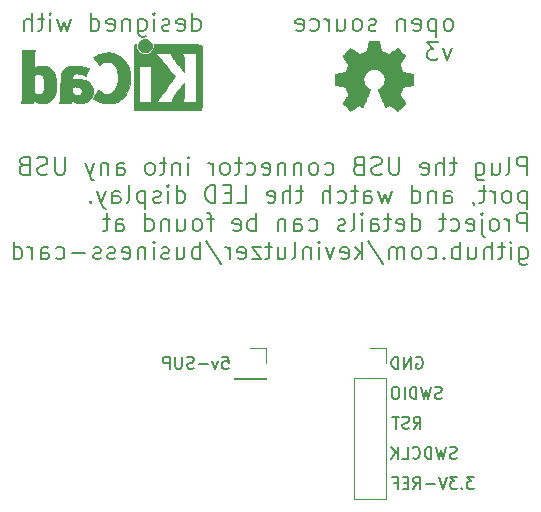
<source format=gbr>
G04 #@! TF.GenerationSoftware,KiCad,Pcbnew,(5.1.5-0-10_14)*
G04 #@! TF.CreationDate,2020-08-05T22:15:24-06:00*
G04 #@! TF.ProjectId,business_card_v4,62757369-6e65-4737-935f-636172645f76,rev?*
G04 #@! TF.SameCoordinates,Original*
G04 #@! TF.FileFunction,Legend,Bot*
G04 #@! TF.FilePolarity,Positive*
%FSLAX46Y46*%
G04 Gerber Fmt 4.6, Leading zero omitted, Abs format (unit mm)*
G04 Created by KiCad (PCBNEW (5.1.5-0-10_14)) date 2020-08-05 22:15:24*
%MOMM*%
%LPD*%
G04 APERTURE LIST*
%ADD10C,0.142240*%
%ADD11C,0.150000*%
%ADD12C,0.010000*%
%ADD13C,0.120000*%
G04 APERTURE END LIST*
D10*
X124161904Y-110302380D02*
X124638095Y-110302380D01*
X124685714Y-110778571D01*
X124638095Y-110730952D01*
X124542857Y-110683333D01*
X124304761Y-110683333D01*
X124209523Y-110730952D01*
X124161904Y-110778571D01*
X124114285Y-110873809D01*
X124114285Y-111111904D01*
X124161904Y-111207142D01*
X124209523Y-111254761D01*
X124304761Y-111302380D01*
X124542857Y-111302380D01*
X124638095Y-111254761D01*
X124685714Y-111207142D01*
X123780952Y-110635714D02*
X123542857Y-111302380D01*
X123304761Y-110635714D01*
X122923809Y-110921428D02*
X122161904Y-110921428D01*
X121733333Y-111254761D02*
X121590476Y-111302380D01*
X121352380Y-111302380D01*
X121257142Y-111254761D01*
X121209523Y-111207142D01*
X121161904Y-111111904D01*
X121161904Y-111016666D01*
X121209523Y-110921428D01*
X121257142Y-110873809D01*
X121352380Y-110826190D01*
X121542857Y-110778571D01*
X121638095Y-110730952D01*
X121685714Y-110683333D01*
X121733333Y-110588095D01*
X121733333Y-110492857D01*
X121685714Y-110397619D01*
X121638095Y-110350000D01*
X121542857Y-110302380D01*
X121304761Y-110302380D01*
X121161904Y-110350000D01*
X120733333Y-110302380D02*
X120733333Y-111111904D01*
X120685714Y-111207142D01*
X120638095Y-111254761D01*
X120542857Y-111302380D01*
X120352380Y-111302380D01*
X120257142Y-111254761D01*
X120209523Y-111207142D01*
X120161904Y-111111904D01*
X120161904Y-110302380D01*
X119685714Y-111302380D02*
X119685714Y-110302380D01*
X119304761Y-110302380D01*
X119209523Y-110350000D01*
X119161904Y-110397619D01*
X119114285Y-110492857D01*
X119114285Y-110635714D01*
X119161904Y-110730952D01*
X119209523Y-110778571D01*
X119304761Y-110826190D01*
X119685714Y-110826190D01*
D11*
X145476190Y-120462380D02*
X144857142Y-120462380D01*
X145190476Y-120843333D01*
X145047619Y-120843333D01*
X144952380Y-120890952D01*
X144904761Y-120938571D01*
X144857142Y-121033809D01*
X144857142Y-121271904D01*
X144904761Y-121367142D01*
X144952380Y-121414761D01*
X145047619Y-121462380D01*
X145333333Y-121462380D01*
X145428571Y-121414761D01*
X145476190Y-121367142D01*
X144428571Y-121367142D02*
X144380952Y-121414761D01*
X144428571Y-121462380D01*
X144476190Y-121414761D01*
X144428571Y-121367142D01*
X144428571Y-121462380D01*
X144047619Y-120462380D02*
X143428571Y-120462380D01*
X143761904Y-120843333D01*
X143619047Y-120843333D01*
X143523809Y-120890952D01*
X143476190Y-120938571D01*
X143428571Y-121033809D01*
X143428571Y-121271904D01*
X143476190Y-121367142D01*
X143523809Y-121414761D01*
X143619047Y-121462380D01*
X143904761Y-121462380D01*
X144000000Y-121414761D01*
X144047619Y-121367142D01*
X143142857Y-120462380D02*
X142809523Y-121462380D01*
X142476190Y-120462380D01*
X142142857Y-121081428D02*
X141380952Y-121081428D01*
X140333333Y-121462380D02*
X140666666Y-120986190D01*
X140904761Y-121462380D02*
X140904761Y-120462380D01*
X140523809Y-120462380D01*
X140428571Y-120510000D01*
X140380952Y-120557619D01*
X140333333Y-120652857D01*
X140333333Y-120795714D01*
X140380952Y-120890952D01*
X140428571Y-120938571D01*
X140523809Y-120986190D01*
X140904761Y-120986190D01*
X139904761Y-120938571D02*
X139571428Y-120938571D01*
X139428571Y-121462380D02*
X139904761Y-121462380D01*
X139904761Y-120462380D01*
X139428571Y-120462380D01*
X138666666Y-120938571D02*
X139000000Y-120938571D01*
X139000000Y-121462380D02*
X139000000Y-120462380D01*
X138523809Y-120462380D01*
D10*
X142719047Y-113794761D02*
X142576190Y-113842380D01*
X142338095Y-113842380D01*
X142242857Y-113794761D01*
X142195238Y-113747142D01*
X142147619Y-113651904D01*
X142147619Y-113556666D01*
X142195238Y-113461428D01*
X142242857Y-113413809D01*
X142338095Y-113366190D01*
X142528571Y-113318571D01*
X142623809Y-113270952D01*
X142671428Y-113223333D01*
X142719047Y-113128095D01*
X142719047Y-113032857D01*
X142671428Y-112937619D01*
X142623809Y-112890000D01*
X142528571Y-112842380D01*
X142290476Y-112842380D01*
X142147619Y-112890000D01*
X141814285Y-112842380D02*
X141576190Y-113842380D01*
X141385714Y-113128095D01*
X141195238Y-113842380D01*
X140957142Y-112842380D01*
X140576190Y-113842380D02*
X140576190Y-112842380D01*
X140338095Y-112842380D01*
X140195238Y-112890000D01*
X140100000Y-112985238D01*
X140052380Y-113080476D01*
X140004761Y-113270952D01*
X140004761Y-113413809D01*
X140052380Y-113604285D01*
X140100000Y-113699523D01*
X140195238Y-113794761D01*
X140338095Y-113842380D01*
X140576190Y-113842380D01*
X139576190Y-113842380D02*
X139576190Y-112842380D01*
X138909523Y-112842380D02*
X138719047Y-112842380D01*
X138623809Y-112890000D01*
X138528571Y-112985238D01*
X138480952Y-113175714D01*
X138480952Y-113509047D01*
X138528571Y-113699523D01*
X138623809Y-113794761D01*
X138719047Y-113842380D01*
X138909523Y-113842380D01*
X139004761Y-113794761D01*
X139100000Y-113699523D01*
X139147619Y-113509047D01*
X139147619Y-113175714D01*
X139100000Y-112985238D01*
X139004761Y-112890000D01*
X138909523Y-112842380D01*
X140347619Y-116382380D02*
X140680952Y-115906190D01*
X140919047Y-116382380D02*
X140919047Y-115382380D01*
X140538095Y-115382380D01*
X140442857Y-115430000D01*
X140395238Y-115477619D01*
X140347619Y-115572857D01*
X140347619Y-115715714D01*
X140395238Y-115810952D01*
X140442857Y-115858571D01*
X140538095Y-115906190D01*
X140919047Y-115906190D01*
X139966666Y-116334761D02*
X139823809Y-116382380D01*
X139585714Y-116382380D01*
X139490476Y-116334761D01*
X139442857Y-116287142D01*
X139395238Y-116191904D01*
X139395238Y-116096666D01*
X139442857Y-116001428D01*
X139490476Y-115953809D01*
X139585714Y-115906190D01*
X139776190Y-115858571D01*
X139871428Y-115810952D01*
X139919047Y-115763333D01*
X139966666Y-115668095D01*
X139966666Y-115572857D01*
X139919047Y-115477619D01*
X139871428Y-115430000D01*
X139776190Y-115382380D01*
X139538095Y-115382380D01*
X139395238Y-115430000D01*
X139109523Y-115382380D02*
X138538095Y-115382380D01*
X138823809Y-116382380D02*
X138823809Y-115382380D01*
X143985904Y-118874761D02*
X143843047Y-118922380D01*
X143604952Y-118922380D01*
X143509714Y-118874761D01*
X143462095Y-118827142D01*
X143414476Y-118731904D01*
X143414476Y-118636666D01*
X143462095Y-118541428D01*
X143509714Y-118493809D01*
X143604952Y-118446190D01*
X143795428Y-118398571D01*
X143890666Y-118350952D01*
X143938285Y-118303333D01*
X143985904Y-118208095D01*
X143985904Y-118112857D01*
X143938285Y-118017619D01*
X143890666Y-117970000D01*
X143795428Y-117922380D01*
X143557333Y-117922380D01*
X143414476Y-117970000D01*
X143081142Y-117922380D02*
X142843047Y-118922380D01*
X142652571Y-118208095D01*
X142462095Y-118922380D01*
X142224000Y-117922380D01*
X141843047Y-118922380D02*
X141843047Y-117922380D01*
X141604952Y-117922380D01*
X141462095Y-117970000D01*
X141366857Y-118065238D01*
X141319238Y-118160476D01*
X141271619Y-118350952D01*
X141271619Y-118493809D01*
X141319238Y-118684285D01*
X141366857Y-118779523D01*
X141462095Y-118874761D01*
X141604952Y-118922380D01*
X141843047Y-118922380D01*
X140271619Y-118827142D02*
X140319238Y-118874761D01*
X140462095Y-118922380D01*
X140557333Y-118922380D01*
X140700190Y-118874761D01*
X140795428Y-118779523D01*
X140843047Y-118684285D01*
X140890666Y-118493809D01*
X140890666Y-118350952D01*
X140843047Y-118160476D01*
X140795428Y-118065238D01*
X140700190Y-117970000D01*
X140557333Y-117922380D01*
X140462095Y-117922380D01*
X140319238Y-117970000D01*
X140271619Y-118017619D01*
X139366857Y-118922380D02*
X139843047Y-118922380D01*
X139843047Y-117922380D01*
X139033523Y-118922380D02*
X139033523Y-117922380D01*
X138462095Y-118922380D02*
X138890666Y-118350952D01*
X138462095Y-117922380D02*
X139033523Y-118493809D01*
X140561904Y-110350000D02*
X140657142Y-110302380D01*
X140800000Y-110302380D01*
X140942857Y-110350000D01*
X141038095Y-110445238D01*
X141085714Y-110540476D01*
X141133333Y-110730952D01*
X141133333Y-110873809D01*
X141085714Y-111064285D01*
X141038095Y-111159523D01*
X140942857Y-111254761D01*
X140800000Y-111302380D01*
X140704761Y-111302380D01*
X140561904Y-111254761D01*
X140514285Y-111207142D01*
X140514285Y-110873809D01*
X140704761Y-110873809D01*
X140085714Y-111302380D02*
X140085714Y-110302380D01*
X139514285Y-111302380D01*
X139514285Y-110302380D01*
X139038095Y-111302380D02*
X139038095Y-110302380D01*
X138800000Y-110302380D01*
X138657142Y-110350000D01*
X138561904Y-110445238D01*
X138514285Y-110540476D01*
X138466666Y-110730952D01*
X138466666Y-110873809D01*
X138514285Y-111064285D01*
X138561904Y-111159523D01*
X138657142Y-111254761D01*
X138800000Y-111302380D01*
X139038095Y-111302380D01*
X143392857Y-82678571D02*
X143535714Y-82607142D01*
X143607142Y-82535714D01*
X143678571Y-82392857D01*
X143678571Y-81964285D01*
X143607142Y-81821428D01*
X143535714Y-81750000D01*
X143392857Y-81678571D01*
X143178571Y-81678571D01*
X143035714Y-81750000D01*
X142964285Y-81821428D01*
X142892857Y-81964285D01*
X142892857Y-82392857D01*
X142964285Y-82535714D01*
X143035714Y-82607142D01*
X143178571Y-82678571D01*
X143392857Y-82678571D01*
X142250000Y-81678571D02*
X142250000Y-83178571D01*
X142250000Y-81750000D02*
X142107142Y-81678571D01*
X141821428Y-81678571D01*
X141678571Y-81750000D01*
X141607142Y-81821428D01*
X141535714Y-81964285D01*
X141535714Y-82392857D01*
X141607142Y-82535714D01*
X141678571Y-82607142D01*
X141821428Y-82678571D01*
X142107142Y-82678571D01*
X142250000Y-82607142D01*
X140321428Y-82607142D02*
X140464285Y-82678571D01*
X140750000Y-82678571D01*
X140892857Y-82607142D01*
X140964285Y-82464285D01*
X140964285Y-81892857D01*
X140892857Y-81750000D01*
X140750000Y-81678571D01*
X140464285Y-81678571D01*
X140321428Y-81750000D01*
X140250000Y-81892857D01*
X140250000Y-82035714D01*
X140964285Y-82178571D01*
X139607142Y-81678571D02*
X139607142Y-82678571D01*
X139607142Y-81821428D02*
X139535714Y-81750000D01*
X139392857Y-81678571D01*
X139178571Y-81678571D01*
X139035714Y-81750000D01*
X138964285Y-81892857D01*
X138964285Y-82678571D01*
X137178571Y-82607142D02*
X137035714Y-82678571D01*
X136750000Y-82678571D01*
X136607142Y-82607142D01*
X136535714Y-82464285D01*
X136535714Y-82392857D01*
X136607142Y-82250000D01*
X136750000Y-82178571D01*
X136964285Y-82178571D01*
X137107142Y-82107142D01*
X137178571Y-81964285D01*
X137178571Y-81892857D01*
X137107142Y-81750000D01*
X136964285Y-81678571D01*
X136750000Y-81678571D01*
X136607142Y-81750000D01*
X135678571Y-82678571D02*
X135821428Y-82607142D01*
X135892857Y-82535714D01*
X135964285Y-82392857D01*
X135964285Y-81964285D01*
X135892857Y-81821428D01*
X135821428Y-81750000D01*
X135678571Y-81678571D01*
X135464285Y-81678571D01*
X135321428Y-81750000D01*
X135250000Y-81821428D01*
X135178571Y-81964285D01*
X135178571Y-82392857D01*
X135250000Y-82535714D01*
X135321428Y-82607142D01*
X135464285Y-82678571D01*
X135678571Y-82678571D01*
X133892857Y-81678571D02*
X133892857Y-82678571D01*
X134535714Y-81678571D02*
X134535714Y-82464285D01*
X134464285Y-82607142D01*
X134321428Y-82678571D01*
X134107142Y-82678571D01*
X133964285Y-82607142D01*
X133892857Y-82535714D01*
X133178571Y-82678571D02*
X133178571Y-81678571D01*
X133178571Y-81964285D02*
X133107142Y-81821428D01*
X133035714Y-81750000D01*
X132892857Y-81678571D01*
X132750000Y-81678571D01*
X131607142Y-82607142D02*
X131750000Y-82678571D01*
X132035714Y-82678571D01*
X132178571Y-82607142D01*
X132250000Y-82535714D01*
X132321428Y-82392857D01*
X132321428Y-81964285D01*
X132250000Y-81821428D01*
X132178571Y-81750000D01*
X132035714Y-81678571D01*
X131750000Y-81678571D01*
X131607142Y-81750000D01*
X130392857Y-82607142D02*
X130535714Y-82678571D01*
X130821428Y-82678571D01*
X130964285Y-82607142D01*
X131035714Y-82464285D01*
X131035714Y-81892857D01*
X130964285Y-81750000D01*
X130821428Y-81678571D01*
X130535714Y-81678571D01*
X130392857Y-81750000D01*
X130321428Y-81892857D01*
X130321428Y-82035714D01*
X131035714Y-82178571D01*
X121593714Y-82678571D02*
X121593714Y-81178571D01*
X121593714Y-82607142D02*
X121736571Y-82678571D01*
X122022285Y-82678571D01*
X122165142Y-82607142D01*
X122236571Y-82535714D01*
X122308000Y-82392857D01*
X122308000Y-81964285D01*
X122236571Y-81821428D01*
X122165142Y-81750000D01*
X122022285Y-81678571D01*
X121736571Y-81678571D01*
X121593714Y-81750000D01*
X120308000Y-82607142D02*
X120450857Y-82678571D01*
X120736571Y-82678571D01*
X120879428Y-82607142D01*
X120950857Y-82464285D01*
X120950857Y-81892857D01*
X120879428Y-81750000D01*
X120736571Y-81678571D01*
X120450857Y-81678571D01*
X120308000Y-81750000D01*
X120236571Y-81892857D01*
X120236571Y-82035714D01*
X120950857Y-82178571D01*
X119665142Y-82607142D02*
X119522285Y-82678571D01*
X119236571Y-82678571D01*
X119093714Y-82607142D01*
X119022285Y-82464285D01*
X119022285Y-82392857D01*
X119093714Y-82250000D01*
X119236571Y-82178571D01*
X119450857Y-82178571D01*
X119593714Y-82107142D01*
X119665142Y-81964285D01*
X119665142Y-81892857D01*
X119593714Y-81750000D01*
X119450857Y-81678571D01*
X119236571Y-81678571D01*
X119093714Y-81750000D01*
X118379428Y-82678571D02*
X118379428Y-81678571D01*
X118379428Y-81178571D02*
X118450857Y-81250000D01*
X118379428Y-81321428D01*
X118308000Y-81250000D01*
X118379428Y-81178571D01*
X118379428Y-81321428D01*
X117022285Y-81678571D02*
X117022285Y-82892857D01*
X117093714Y-83035714D01*
X117165142Y-83107142D01*
X117308000Y-83178571D01*
X117522285Y-83178571D01*
X117665142Y-83107142D01*
X117022285Y-82607142D02*
X117165142Y-82678571D01*
X117450857Y-82678571D01*
X117593714Y-82607142D01*
X117665142Y-82535714D01*
X117736571Y-82392857D01*
X117736571Y-81964285D01*
X117665142Y-81821428D01*
X117593714Y-81750000D01*
X117450857Y-81678571D01*
X117165142Y-81678571D01*
X117022285Y-81750000D01*
X116308000Y-81678571D02*
X116308000Y-82678571D01*
X116308000Y-81821428D02*
X116236571Y-81750000D01*
X116093714Y-81678571D01*
X115879428Y-81678571D01*
X115736571Y-81750000D01*
X115665142Y-81892857D01*
X115665142Y-82678571D01*
X114379428Y-82607142D02*
X114522285Y-82678571D01*
X114808000Y-82678571D01*
X114950857Y-82607142D01*
X115022285Y-82464285D01*
X115022285Y-81892857D01*
X114950857Y-81750000D01*
X114808000Y-81678571D01*
X114522285Y-81678571D01*
X114379428Y-81750000D01*
X114308000Y-81892857D01*
X114308000Y-82035714D01*
X115022285Y-82178571D01*
X113022285Y-82678571D02*
X113022285Y-81178571D01*
X113022285Y-82607142D02*
X113165142Y-82678571D01*
X113450857Y-82678571D01*
X113593714Y-82607142D01*
X113665142Y-82535714D01*
X113736571Y-82392857D01*
X113736571Y-81964285D01*
X113665142Y-81821428D01*
X113593714Y-81750000D01*
X113450857Y-81678571D01*
X113165142Y-81678571D01*
X113022285Y-81750000D01*
X111308000Y-81678571D02*
X111022285Y-82678571D01*
X110736571Y-81964285D01*
X110450857Y-82678571D01*
X110165142Y-81678571D01*
X109593714Y-82678571D02*
X109593714Y-81678571D01*
X109593714Y-81178571D02*
X109665142Y-81250000D01*
X109593714Y-81321428D01*
X109522285Y-81250000D01*
X109593714Y-81178571D01*
X109593714Y-81321428D01*
X109093714Y-81678571D02*
X108522285Y-81678571D01*
X108879428Y-81178571D02*
X108879428Y-82464285D01*
X108808000Y-82607142D01*
X108665142Y-82678571D01*
X108522285Y-82678571D01*
X108022285Y-82678571D02*
X108022285Y-81178571D01*
X107379428Y-82678571D02*
X107379428Y-81892857D01*
X107450857Y-81750000D01*
X107593714Y-81678571D01*
X107808000Y-81678571D01*
X107950857Y-81750000D01*
X108022285Y-81821428D01*
X143571428Y-84178571D02*
X143214285Y-85178571D01*
X142857142Y-84178571D01*
X142428571Y-83678571D02*
X141500000Y-83678571D01*
X142000000Y-84250000D01*
X141785714Y-84250000D01*
X141642857Y-84321428D01*
X141571428Y-84392857D01*
X141500000Y-84535714D01*
X141500000Y-84892857D01*
X141571428Y-85035714D01*
X141642857Y-85107142D01*
X141785714Y-85178571D01*
X142214285Y-85178571D01*
X142357142Y-85107142D01*
X142428571Y-85035714D01*
X149918401Y-94859851D02*
X149918401Y-93359851D01*
X149346972Y-93359851D01*
X149204115Y-93431280D01*
X149132686Y-93502708D01*
X149061258Y-93645565D01*
X149061258Y-93859851D01*
X149132686Y-94002708D01*
X149204115Y-94074137D01*
X149346972Y-94145565D01*
X149918401Y-94145565D01*
X148204115Y-94859851D02*
X148346972Y-94788422D01*
X148418401Y-94645565D01*
X148418401Y-93359851D01*
X146989829Y-93859851D02*
X146989829Y-94859851D01*
X147632686Y-93859851D02*
X147632686Y-94645565D01*
X147561258Y-94788422D01*
X147418401Y-94859851D01*
X147204115Y-94859851D01*
X147061258Y-94788422D01*
X146989829Y-94716994D01*
X145632686Y-93859851D02*
X145632686Y-95074137D01*
X145704115Y-95216994D01*
X145775544Y-95288422D01*
X145918401Y-95359851D01*
X146132686Y-95359851D01*
X146275544Y-95288422D01*
X145632686Y-94788422D02*
X145775544Y-94859851D01*
X146061258Y-94859851D01*
X146204115Y-94788422D01*
X146275544Y-94716994D01*
X146346972Y-94574137D01*
X146346972Y-94145565D01*
X146275544Y-94002708D01*
X146204115Y-93931280D01*
X146061258Y-93859851D01*
X145775544Y-93859851D01*
X145632686Y-93931280D01*
X143989829Y-93859851D02*
X143418401Y-93859851D01*
X143775544Y-93359851D02*
X143775544Y-94645565D01*
X143704115Y-94788422D01*
X143561258Y-94859851D01*
X143418401Y-94859851D01*
X142918401Y-94859851D02*
X142918401Y-93359851D01*
X142275544Y-94859851D02*
X142275544Y-94074137D01*
X142346972Y-93931280D01*
X142489829Y-93859851D01*
X142704115Y-93859851D01*
X142846972Y-93931280D01*
X142918401Y-94002708D01*
X140989829Y-94788422D02*
X141132686Y-94859851D01*
X141418401Y-94859851D01*
X141561258Y-94788422D01*
X141632686Y-94645565D01*
X141632686Y-94074137D01*
X141561258Y-93931280D01*
X141418401Y-93859851D01*
X141132686Y-93859851D01*
X140989829Y-93931280D01*
X140918401Y-94074137D01*
X140918401Y-94216994D01*
X141632686Y-94359851D01*
X139132686Y-93359851D02*
X139132686Y-94574137D01*
X139061258Y-94716994D01*
X138989829Y-94788422D01*
X138846972Y-94859851D01*
X138561258Y-94859851D01*
X138418401Y-94788422D01*
X138346972Y-94716994D01*
X138275544Y-94574137D01*
X138275544Y-93359851D01*
X137632686Y-94788422D02*
X137418401Y-94859851D01*
X137061258Y-94859851D01*
X136918401Y-94788422D01*
X136846972Y-94716994D01*
X136775544Y-94574137D01*
X136775544Y-94431280D01*
X136846972Y-94288422D01*
X136918401Y-94216994D01*
X137061258Y-94145565D01*
X137346972Y-94074137D01*
X137489829Y-94002708D01*
X137561258Y-93931280D01*
X137632686Y-93788422D01*
X137632686Y-93645565D01*
X137561258Y-93502708D01*
X137489829Y-93431280D01*
X137346972Y-93359851D01*
X136989829Y-93359851D01*
X136775544Y-93431280D01*
X135632686Y-94074137D02*
X135418401Y-94145565D01*
X135346972Y-94216994D01*
X135275544Y-94359851D01*
X135275544Y-94574137D01*
X135346972Y-94716994D01*
X135418401Y-94788422D01*
X135561258Y-94859851D01*
X136132686Y-94859851D01*
X136132686Y-93359851D01*
X135632686Y-93359851D01*
X135489829Y-93431280D01*
X135418401Y-93502708D01*
X135346972Y-93645565D01*
X135346972Y-93788422D01*
X135418401Y-93931280D01*
X135489829Y-94002708D01*
X135632686Y-94074137D01*
X136132686Y-94074137D01*
X132846972Y-94788422D02*
X132989829Y-94859851D01*
X133275544Y-94859851D01*
X133418401Y-94788422D01*
X133489829Y-94716994D01*
X133561258Y-94574137D01*
X133561258Y-94145565D01*
X133489829Y-94002708D01*
X133418401Y-93931280D01*
X133275544Y-93859851D01*
X132989829Y-93859851D01*
X132846972Y-93931280D01*
X131989829Y-94859851D02*
X132132686Y-94788422D01*
X132204115Y-94716994D01*
X132275544Y-94574137D01*
X132275544Y-94145565D01*
X132204115Y-94002708D01*
X132132686Y-93931280D01*
X131989829Y-93859851D01*
X131775544Y-93859851D01*
X131632686Y-93931280D01*
X131561258Y-94002708D01*
X131489829Y-94145565D01*
X131489829Y-94574137D01*
X131561258Y-94716994D01*
X131632686Y-94788422D01*
X131775544Y-94859851D01*
X131989829Y-94859851D01*
X130846972Y-93859851D02*
X130846972Y-94859851D01*
X130846972Y-94002708D02*
X130775544Y-93931280D01*
X130632686Y-93859851D01*
X130418401Y-93859851D01*
X130275544Y-93931280D01*
X130204115Y-94074137D01*
X130204115Y-94859851D01*
X129489829Y-93859851D02*
X129489829Y-94859851D01*
X129489829Y-94002708D02*
X129418401Y-93931280D01*
X129275544Y-93859851D01*
X129061258Y-93859851D01*
X128918401Y-93931280D01*
X128846972Y-94074137D01*
X128846972Y-94859851D01*
X127561258Y-94788422D02*
X127704115Y-94859851D01*
X127989829Y-94859851D01*
X128132686Y-94788422D01*
X128204115Y-94645565D01*
X128204115Y-94074137D01*
X128132686Y-93931280D01*
X127989829Y-93859851D01*
X127704115Y-93859851D01*
X127561258Y-93931280D01*
X127489829Y-94074137D01*
X127489829Y-94216994D01*
X128204115Y-94359851D01*
X126204115Y-94788422D02*
X126346972Y-94859851D01*
X126632686Y-94859851D01*
X126775543Y-94788422D01*
X126846972Y-94716994D01*
X126918401Y-94574137D01*
X126918401Y-94145565D01*
X126846972Y-94002708D01*
X126775543Y-93931280D01*
X126632686Y-93859851D01*
X126346972Y-93859851D01*
X126204115Y-93931280D01*
X125775543Y-93859851D02*
X125204115Y-93859851D01*
X125561258Y-93359851D02*
X125561258Y-94645565D01*
X125489829Y-94788422D01*
X125346972Y-94859851D01*
X125204115Y-94859851D01*
X124489829Y-94859851D02*
X124632686Y-94788422D01*
X124704115Y-94716994D01*
X124775543Y-94574137D01*
X124775543Y-94145565D01*
X124704115Y-94002708D01*
X124632686Y-93931280D01*
X124489829Y-93859851D01*
X124275543Y-93859851D01*
X124132686Y-93931280D01*
X124061258Y-94002708D01*
X123989829Y-94145565D01*
X123989829Y-94574137D01*
X124061258Y-94716994D01*
X124132686Y-94788422D01*
X124275543Y-94859851D01*
X124489829Y-94859851D01*
X123346972Y-94859851D02*
X123346972Y-93859851D01*
X123346972Y-94145565D02*
X123275543Y-94002708D01*
X123204115Y-93931280D01*
X123061258Y-93859851D01*
X122918401Y-93859851D01*
X121275543Y-94859851D02*
X121275543Y-93859851D01*
X121275543Y-93359851D02*
X121346972Y-93431280D01*
X121275543Y-93502708D01*
X121204115Y-93431280D01*
X121275543Y-93359851D01*
X121275543Y-93502708D01*
X120561258Y-93859851D02*
X120561258Y-94859851D01*
X120561258Y-94002708D02*
X120489829Y-93931280D01*
X120346972Y-93859851D01*
X120132686Y-93859851D01*
X119989829Y-93931280D01*
X119918401Y-94074137D01*
X119918401Y-94859851D01*
X119418401Y-93859851D02*
X118846972Y-93859851D01*
X119204115Y-93359851D02*
X119204115Y-94645565D01*
X119132686Y-94788422D01*
X118989829Y-94859851D01*
X118846972Y-94859851D01*
X118132686Y-94859851D02*
X118275543Y-94788422D01*
X118346972Y-94716994D01*
X118418401Y-94574137D01*
X118418401Y-94145565D01*
X118346972Y-94002708D01*
X118275543Y-93931280D01*
X118132686Y-93859851D01*
X117918401Y-93859851D01*
X117775543Y-93931280D01*
X117704115Y-94002708D01*
X117632686Y-94145565D01*
X117632686Y-94574137D01*
X117704115Y-94716994D01*
X117775543Y-94788422D01*
X117918401Y-94859851D01*
X118132686Y-94859851D01*
X115204115Y-94859851D02*
X115204115Y-94074137D01*
X115275543Y-93931280D01*
X115418401Y-93859851D01*
X115704115Y-93859851D01*
X115846972Y-93931280D01*
X115204115Y-94788422D02*
X115346972Y-94859851D01*
X115704115Y-94859851D01*
X115846972Y-94788422D01*
X115918401Y-94645565D01*
X115918401Y-94502708D01*
X115846972Y-94359851D01*
X115704115Y-94288422D01*
X115346972Y-94288422D01*
X115204115Y-94216994D01*
X114489829Y-93859851D02*
X114489829Y-94859851D01*
X114489829Y-94002708D02*
X114418401Y-93931280D01*
X114275543Y-93859851D01*
X114061258Y-93859851D01*
X113918401Y-93931280D01*
X113846972Y-94074137D01*
X113846972Y-94859851D01*
X113275543Y-93859851D02*
X112918401Y-94859851D01*
X112561258Y-93859851D02*
X112918401Y-94859851D01*
X113061258Y-95216994D01*
X113132686Y-95288422D01*
X113275543Y-95359851D01*
X110846972Y-93359851D02*
X110846972Y-94574137D01*
X110775543Y-94716994D01*
X110704115Y-94788422D01*
X110561258Y-94859851D01*
X110275543Y-94859851D01*
X110132686Y-94788422D01*
X110061258Y-94716994D01*
X109989829Y-94574137D01*
X109989829Y-93359851D01*
X109346972Y-94788422D02*
X109132686Y-94859851D01*
X108775543Y-94859851D01*
X108632686Y-94788422D01*
X108561258Y-94716994D01*
X108489829Y-94574137D01*
X108489829Y-94431280D01*
X108561258Y-94288422D01*
X108632686Y-94216994D01*
X108775543Y-94145565D01*
X109061258Y-94074137D01*
X109204115Y-94002708D01*
X109275543Y-93931280D01*
X109346972Y-93788422D01*
X109346972Y-93645565D01*
X109275543Y-93502708D01*
X109204115Y-93431280D01*
X109061258Y-93359851D01*
X108704115Y-93359851D01*
X108489829Y-93431280D01*
X107346972Y-94074137D02*
X107132686Y-94145565D01*
X107061258Y-94216994D01*
X106989829Y-94359851D01*
X106989829Y-94574137D01*
X107061258Y-94716994D01*
X107132686Y-94788422D01*
X107275543Y-94859851D01*
X107846972Y-94859851D01*
X107846972Y-93359851D01*
X107346972Y-93359851D01*
X107204115Y-93431280D01*
X107132686Y-93502708D01*
X107061258Y-93645565D01*
X107061258Y-93788422D01*
X107132686Y-93931280D01*
X107204115Y-94002708D01*
X107346972Y-94074137D01*
X107846972Y-94074137D01*
X149918401Y-96252091D02*
X149918401Y-97752091D01*
X149918401Y-96323520D02*
X149775544Y-96252091D01*
X149489829Y-96252091D01*
X149346972Y-96323520D01*
X149275544Y-96394948D01*
X149204115Y-96537805D01*
X149204115Y-96966377D01*
X149275544Y-97109234D01*
X149346972Y-97180662D01*
X149489829Y-97252091D01*
X149775544Y-97252091D01*
X149918401Y-97180662D01*
X148346972Y-97252091D02*
X148489829Y-97180662D01*
X148561258Y-97109234D01*
X148632686Y-96966377D01*
X148632686Y-96537805D01*
X148561258Y-96394948D01*
X148489829Y-96323520D01*
X148346972Y-96252091D01*
X148132686Y-96252091D01*
X147989829Y-96323520D01*
X147918401Y-96394948D01*
X147846972Y-96537805D01*
X147846972Y-96966377D01*
X147918401Y-97109234D01*
X147989829Y-97180662D01*
X148132686Y-97252091D01*
X148346972Y-97252091D01*
X147204115Y-97252091D02*
X147204115Y-96252091D01*
X147204115Y-96537805D02*
X147132686Y-96394948D01*
X147061258Y-96323520D01*
X146918401Y-96252091D01*
X146775544Y-96252091D01*
X146489829Y-96252091D02*
X145918401Y-96252091D01*
X146275544Y-95752091D02*
X146275544Y-97037805D01*
X146204115Y-97180662D01*
X146061258Y-97252091D01*
X145918401Y-97252091D01*
X145346972Y-97180662D02*
X145346972Y-97252091D01*
X145418401Y-97394948D01*
X145489829Y-97466377D01*
X142918401Y-97252091D02*
X142918401Y-96466377D01*
X142989829Y-96323520D01*
X143132686Y-96252091D01*
X143418401Y-96252091D01*
X143561258Y-96323520D01*
X142918401Y-97180662D02*
X143061258Y-97252091D01*
X143418401Y-97252091D01*
X143561258Y-97180662D01*
X143632686Y-97037805D01*
X143632686Y-96894948D01*
X143561258Y-96752091D01*
X143418401Y-96680662D01*
X143061258Y-96680662D01*
X142918401Y-96609234D01*
X142204115Y-96252091D02*
X142204115Y-97252091D01*
X142204115Y-96394948D02*
X142132686Y-96323520D01*
X141989829Y-96252091D01*
X141775544Y-96252091D01*
X141632686Y-96323520D01*
X141561258Y-96466377D01*
X141561258Y-97252091D01*
X140204115Y-97252091D02*
X140204115Y-95752091D01*
X140204115Y-97180662D02*
X140346972Y-97252091D01*
X140632686Y-97252091D01*
X140775544Y-97180662D01*
X140846972Y-97109234D01*
X140918401Y-96966377D01*
X140918401Y-96537805D01*
X140846972Y-96394948D01*
X140775544Y-96323520D01*
X140632686Y-96252091D01*
X140346972Y-96252091D01*
X140204115Y-96323520D01*
X138489829Y-96252091D02*
X138204115Y-97252091D01*
X137918401Y-96537805D01*
X137632686Y-97252091D01*
X137346972Y-96252091D01*
X136132686Y-97252091D02*
X136132686Y-96466377D01*
X136204115Y-96323520D01*
X136346972Y-96252091D01*
X136632686Y-96252091D01*
X136775544Y-96323520D01*
X136132686Y-97180662D02*
X136275544Y-97252091D01*
X136632686Y-97252091D01*
X136775544Y-97180662D01*
X136846972Y-97037805D01*
X136846972Y-96894948D01*
X136775544Y-96752091D01*
X136632686Y-96680662D01*
X136275544Y-96680662D01*
X136132686Y-96609234D01*
X135632686Y-96252091D02*
X135061258Y-96252091D01*
X135418401Y-95752091D02*
X135418401Y-97037805D01*
X135346972Y-97180662D01*
X135204115Y-97252091D01*
X135061258Y-97252091D01*
X133918401Y-97180662D02*
X134061258Y-97252091D01*
X134346972Y-97252091D01*
X134489829Y-97180662D01*
X134561258Y-97109234D01*
X134632686Y-96966377D01*
X134632686Y-96537805D01*
X134561258Y-96394948D01*
X134489829Y-96323520D01*
X134346972Y-96252091D01*
X134061258Y-96252091D01*
X133918401Y-96323520D01*
X133275544Y-97252091D02*
X133275544Y-95752091D01*
X132632686Y-97252091D02*
X132632686Y-96466377D01*
X132704115Y-96323520D01*
X132846972Y-96252091D01*
X133061258Y-96252091D01*
X133204115Y-96323520D01*
X133275544Y-96394948D01*
X130989829Y-96252091D02*
X130418401Y-96252091D01*
X130775544Y-95752091D02*
X130775544Y-97037805D01*
X130704115Y-97180662D01*
X130561258Y-97252091D01*
X130418401Y-97252091D01*
X129918401Y-97252091D02*
X129918401Y-95752091D01*
X129275544Y-97252091D02*
X129275544Y-96466377D01*
X129346972Y-96323520D01*
X129489829Y-96252091D01*
X129704115Y-96252091D01*
X129846972Y-96323520D01*
X129918401Y-96394948D01*
X127989829Y-97180662D02*
X128132686Y-97252091D01*
X128418401Y-97252091D01*
X128561258Y-97180662D01*
X128632686Y-97037805D01*
X128632686Y-96466377D01*
X128561258Y-96323520D01*
X128418401Y-96252091D01*
X128132686Y-96252091D01*
X127989829Y-96323520D01*
X127918401Y-96466377D01*
X127918401Y-96609234D01*
X128632686Y-96752091D01*
X125418401Y-97252091D02*
X126132686Y-97252091D01*
X126132686Y-95752091D01*
X124918401Y-96466377D02*
X124418401Y-96466377D01*
X124204115Y-97252091D02*
X124918401Y-97252091D01*
X124918401Y-95752091D01*
X124204115Y-95752091D01*
X123561258Y-97252091D02*
X123561258Y-95752091D01*
X123204115Y-95752091D01*
X122989829Y-95823520D01*
X122846972Y-95966377D01*
X122775544Y-96109234D01*
X122704115Y-96394948D01*
X122704115Y-96609234D01*
X122775544Y-96894948D01*
X122846972Y-97037805D01*
X122989829Y-97180662D01*
X123204115Y-97252091D01*
X123561258Y-97252091D01*
X120275544Y-97252091D02*
X120275544Y-95752091D01*
X120275544Y-97180662D02*
X120418401Y-97252091D01*
X120704115Y-97252091D01*
X120846972Y-97180662D01*
X120918401Y-97109234D01*
X120989829Y-96966377D01*
X120989829Y-96537805D01*
X120918401Y-96394948D01*
X120846972Y-96323520D01*
X120704115Y-96252091D01*
X120418401Y-96252091D01*
X120275544Y-96323520D01*
X119561258Y-97252091D02*
X119561258Y-96252091D01*
X119561258Y-95752091D02*
X119632686Y-95823520D01*
X119561258Y-95894948D01*
X119489829Y-95823520D01*
X119561258Y-95752091D01*
X119561258Y-95894948D01*
X118918401Y-97180662D02*
X118775544Y-97252091D01*
X118489829Y-97252091D01*
X118346972Y-97180662D01*
X118275544Y-97037805D01*
X118275544Y-96966377D01*
X118346972Y-96823520D01*
X118489829Y-96752091D01*
X118704115Y-96752091D01*
X118846972Y-96680662D01*
X118918401Y-96537805D01*
X118918401Y-96466377D01*
X118846972Y-96323520D01*
X118704115Y-96252091D01*
X118489829Y-96252091D01*
X118346972Y-96323520D01*
X117632686Y-96252091D02*
X117632686Y-97752091D01*
X117632686Y-96323520D02*
X117489829Y-96252091D01*
X117204115Y-96252091D01*
X117061258Y-96323520D01*
X116989829Y-96394948D01*
X116918401Y-96537805D01*
X116918401Y-96966377D01*
X116989829Y-97109234D01*
X117061258Y-97180662D01*
X117204115Y-97252091D01*
X117489829Y-97252091D01*
X117632686Y-97180662D01*
X116061258Y-97252091D02*
X116204115Y-97180662D01*
X116275544Y-97037805D01*
X116275544Y-95752091D01*
X114846972Y-97252091D02*
X114846972Y-96466377D01*
X114918401Y-96323520D01*
X115061258Y-96252091D01*
X115346972Y-96252091D01*
X115489829Y-96323520D01*
X114846972Y-97180662D02*
X114989829Y-97252091D01*
X115346972Y-97252091D01*
X115489829Y-97180662D01*
X115561258Y-97037805D01*
X115561258Y-96894948D01*
X115489829Y-96752091D01*
X115346972Y-96680662D01*
X114989829Y-96680662D01*
X114846972Y-96609234D01*
X114275544Y-96252091D02*
X113918401Y-97252091D01*
X113561258Y-96252091D02*
X113918401Y-97252091D01*
X114061258Y-97609234D01*
X114132686Y-97680662D01*
X114275544Y-97752091D01*
X112989829Y-97109234D02*
X112918401Y-97180662D01*
X112989829Y-97252091D01*
X113061258Y-97180662D01*
X112989829Y-97109234D01*
X112989829Y-97252091D01*
X149918401Y-99644331D02*
X149918401Y-98144331D01*
X149346972Y-98144331D01*
X149204115Y-98215760D01*
X149132686Y-98287188D01*
X149061258Y-98430045D01*
X149061258Y-98644331D01*
X149132686Y-98787188D01*
X149204115Y-98858617D01*
X149346972Y-98930045D01*
X149918401Y-98930045D01*
X148418401Y-99644331D02*
X148418401Y-98644331D01*
X148418401Y-98930045D02*
X148346972Y-98787188D01*
X148275544Y-98715760D01*
X148132686Y-98644331D01*
X147989829Y-98644331D01*
X147275544Y-99644331D02*
X147418401Y-99572902D01*
X147489829Y-99501474D01*
X147561258Y-99358617D01*
X147561258Y-98930045D01*
X147489829Y-98787188D01*
X147418401Y-98715760D01*
X147275544Y-98644331D01*
X147061258Y-98644331D01*
X146918401Y-98715760D01*
X146846972Y-98787188D01*
X146775544Y-98930045D01*
X146775544Y-99358617D01*
X146846972Y-99501474D01*
X146918401Y-99572902D01*
X147061258Y-99644331D01*
X147275544Y-99644331D01*
X146132686Y-98644331D02*
X146132686Y-99930045D01*
X146204115Y-100072902D01*
X146346972Y-100144331D01*
X146418401Y-100144331D01*
X146132686Y-98144331D02*
X146204115Y-98215760D01*
X146132686Y-98287188D01*
X146061258Y-98215760D01*
X146132686Y-98144331D01*
X146132686Y-98287188D01*
X144846972Y-99572902D02*
X144989829Y-99644331D01*
X145275544Y-99644331D01*
X145418401Y-99572902D01*
X145489829Y-99430045D01*
X145489829Y-98858617D01*
X145418401Y-98715760D01*
X145275544Y-98644331D01*
X144989829Y-98644331D01*
X144846972Y-98715760D01*
X144775544Y-98858617D01*
X144775544Y-99001474D01*
X145489829Y-99144331D01*
X143489829Y-99572902D02*
X143632686Y-99644331D01*
X143918401Y-99644331D01*
X144061258Y-99572902D01*
X144132686Y-99501474D01*
X144204115Y-99358617D01*
X144204115Y-98930045D01*
X144132686Y-98787188D01*
X144061258Y-98715760D01*
X143918401Y-98644331D01*
X143632686Y-98644331D01*
X143489829Y-98715760D01*
X143061258Y-98644331D02*
X142489829Y-98644331D01*
X142846972Y-98144331D02*
X142846972Y-99430045D01*
X142775544Y-99572902D01*
X142632686Y-99644331D01*
X142489829Y-99644331D01*
X140204115Y-99644331D02*
X140204115Y-98144331D01*
X140204115Y-99572902D02*
X140346972Y-99644331D01*
X140632686Y-99644331D01*
X140775544Y-99572902D01*
X140846972Y-99501474D01*
X140918401Y-99358617D01*
X140918401Y-98930045D01*
X140846972Y-98787188D01*
X140775544Y-98715760D01*
X140632686Y-98644331D01*
X140346972Y-98644331D01*
X140204115Y-98715760D01*
X138918401Y-99572902D02*
X139061258Y-99644331D01*
X139346972Y-99644331D01*
X139489829Y-99572902D01*
X139561258Y-99430045D01*
X139561258Y-98858617D01*
X139489829Y-98715760D01*
X139346972Y-98644331D01*
X139061258Y-98644331D01*
X138918401Y-98715760D01*
X138846972Y-98858617D01*
X138846972Y-99001474D01*
X139561258Y-99144331D01*
X138418401Y-98644331D02*
X137846972Y-98644331D01*
X138204115Y-98144331D02*
X138204115Y-99430045D01*
X138132686Y-99572902D01*
X137989829Y-99644331D01*
X137846972Y-99644331D01*
X136704115Y-99644331D02*
X136704115Y-98858617D01*
X136775544Y-98715760D01*
X136918401Y-98644331D01*
X137204115Y-98644331D01*
X137346972Y-98715760D01*
X136704115Y-99572902D02*
X136846972Y-99644331D01*
X137204115Y-99644331D01*
X137346972Y-99572902D01*
X137418401Y-99430045D01*
X137418401Y-99287188D01*
X137346972Y-99144331D01*
X137204115Y-99072902D01*
X136846972Y-99072902D01*
X136704115Y-99001474D01*
X135989829Y-99644331D02*
X135989829Y-98644331D01*
X135989829Y-98144331D02*
X136061258Y-98215760D01*
X135989829Y-98287188D01*
X135918401Y-98215760D01*
X135989829Y-98144331D01*
X135989829Y-98287188D01*
X135061258Y-99644331D02*
X135204115Y-99572902D01*
X135275544Y-99430045D01*
X135275544Y-98144331D01*
X134561258Y-99572902D02*
X134418401Y-99644331D01*
X134132686Y-99644331D01*
X133989829Y-99572902D01*
X133918401Y-99430045D01*
X133918401Y-99358617D01*
X133989829Y-99215760D01*
X134132686Y-99144331D01*
X134346972Y-99144331D01*
X134489829Y-99072902D01*
X134561258Y-98930045D01*
X134561258Y-98858617D01*
X134489829Y-98715760D01*
X134346972Y-98644331D01*
X134132686Y-98644331D01*
X133989829Y-98715760D01*
X131489829Y-99572902D02*
X131632686Y-99644331D01*
X131918401Y-99644331D01*
X132061258Y-99572902D01*
X132132686Y-99501474D01*
X132204115Y-99358617D01*
X132204115Y-98930045D01*
X132132686Y-98787188D01*
X132061258Y-98715760D01*
X131918401Y-98644331D01*
X131632686Y-98644331D01*
X131489829Y-98715760D01*
X130204115Y-99644331D02*
X130204115Y-98858617D01*
X130275544Y-98715760D01*
X130418401Y-98644331D01*
X130704115Y-98644331D01*
X130846972Y-98715760D01*
X130204115Y-99572902D02*
X130346972Y-99644331D01*
X130704115Y-99644331D01*
X130846972Y-99572902D01*
X130918401Y-99430045D01*
X130918401Y-99287188D01*
X130846972Y-99144331D01*
X130704115Y-99072902D01*
X130346972Y-99072902D01*
X130204115Y-99001474D01*
X129489829Y-98644331D02*
X129489829Y-99644331D01*
X129489829Y-98787188D02*
X129418401Y-98715760D01*
X129275544Y-98644331D01*
X129061258Y-98644331D01*
X128918401Y-98715760D01*
X128846972Y-98858617D01*
X128846972Y-99644331D01*
X126989829Y-99644331D02*
X126989829Y-98144331D01*
X126989829Y-98715760D02*
X126846972Y-98644331D01*
X126561258Y-98644331D01*
X126418401Y-98715760D01*
X126346972Y-98787188D01*
X126275544Y-98930045D01*
X126275544Y-99358617D01*
X126346972Y-99501474D01*
X126418401Y-99572902D01*
X126561258Y-99644331D01*
X126846972Y-99644331D01*
X126989829Y-99572902D01*
X125061258Y-99572902D02*
X125204115Y-99644331D01*
X125489829Y-99644331D01*
X125632686Y-99572902D01*
X125704115Y-99430045D01*
X125704115Y-98858617D01*
X125632686Y-98715760D01*
X125489829Y-98644331D01*
X125204115Y-98644331D01*
X125061258Y-98715760D01*
X124989829Y-98858617D01*
X124989829Y-99001474D01*
X125704115Y-99144331D01*
X123418401Y-98644331D02*
X122846972Y-98644331D01*
X123204115Y-99644331D02*
X123204115Y-98358617D01*
X123132686Y-98215760D01*
X122989829Y-98144331D01*
X122846972Y-98144331D01*
X122132686Y-99644331D02*
X122275544Y-99572902D01*
X122346972Y-99501474D01*
X122418401Y-99358617D01*
X122418401Y-98930045D01*
X122346972Y-98787188D01*
X122275544Y-98715760D01*
X122132686Y-98644331D01*
X121918401Y-98644331D01*
X121775544Y-98715760D01*
X121704115Y-98787188D01*
X121632686Y-98930045D01*
X121632686Y-99358617D01*
X121704115Y-99501474D01*
X121775544Y-99572902D01*
X121918401Y-99644331D01*
X122132686Y-99644331D01*
X120346972Y-98644331D02*
X120346972Y-99644331D01*
X120989829Y-98644331D02*
X120989829Y-99430045D01*
X120918401Y-99572902D01*
X120775544Y-99644331D01*
X120561258Y-99644331D01*
X120418401Y-99572902D01*
X120346972Y-99501474D01*
X119632686Y-98644331D02*
X119632686Y-99644331D01*
X119632686Y-98787188D02*
X119561258Y-98715760D01*
X119418401Y-98644331D01*
X119204115Y-98644331D01*
X119061258Y-98715760D01*
X118989829Y-98858617D01*
X118989829Y-99644331D01*
X117632686Y-99644331D02*
X117632686Y-98144331D01*
X117632686Y-99572902D02*
X117775544Y-99644331D01*
X118061258Y-99644331D01*
X118204115Y-99572902D01*
X118275544Y-99501474D01*
X118346972Y-99358617D01*
X118346972Y-98930045D01*
X118275544Y-98787188D01*
X118204115Y-98715760D01*
X118061258Y-98644331D01*
X117775544Y-98644331D01*
X117632686Y-98715760D01*
X115132686Y-99644331D02*
X115132686Y-98858617D01*
X115204115Y-98715760D01*
X115346972Y-98644331D01*
X115632686Y-98644331D01*
X115775544Y-98715760D01*
X115132686Y-99572902D02*
X115275544Y-99644331D01*
X115632686Y-99644331D01*
X115775544Y-99572902D01*
X115846972Y-99430045D01*
X115846972Y-99287188D01*
X115775544Y-99144331D01*
X115632686Y-99072902D01*
X115275544Y-99072902D01*
X115132686Y-99001474D01*
X114632686Y-98644331D02*
X114061258Y-98644331D01*
X114418401Y-98144331D02*
X114418401Y-99430045D01*
X114346972Y-99572902D01*
X114204115Y-99644331D01*
X114061258Y-99644331D01*
X149275544Y-101036571D02*
X149275544Y-102250857D01*
X149346972Y-102393714D01*
X149418401Y-102465142D01*
X149561258Y-102536571D01*
X149775544Y-102536571D01*
X149918401Y-102465142D01*
X149275544Y-101965142D02*
X149418401Y-102036571D01*
X149704115Y-102036571D01*
X149846972Y-101965142D01*
X149918401Y-101893714D01*
X149989829Y-101750857D01*
X149989829Y-101322285D01*
X149918401Y-101179428D01*
X149846972Y-101108000D01*
X149704115Y-101036571D01*
X149418401Y-101036571D01*
X149275544Y-101108000D01*
X148561258Y-102036571D02*
X148561258Y-101036571D01*
X148561258Y-100536571D02*
X148632686Y-100608000D01*
X148561258Y-100679428D01*
X148489829Y-100608000D01*
X148561258Y-100536571D01*
X148561258Y-100679428D01*
X148061258Y-101036571D02*
X147489829Y-101036571D01*
X147846972Y-100536571D02*
X147846972Y-101822285D01*
X147775544Y-101965142D01*
X147632686Y-102036571D01*
X147489829Y-102036571D01*
X146989829Y-102036571D02*
X146989829Y-100536571D01*
X146346972Y-102036571D02*
X146346972Y-101250857D01*
X146418401Y-101108000D01*
X146561258Y-101036571D01*
X146775544Y-101036571D01*
X146918401Y-101108000D01*
X146989829Y-101179428D01*
X144989829Y-101036571D02*
X144989829Y-102036571D01*
X145632686Y-101036571D02*
X145632686Y-101822285D01*
X145561258Y-101965142D01*
X145418401Y-102036571D01*
X145204115Y-102036571D01*
X145061258Y-101965142D01*
X144989829Y-101893714D01*
X144275544Y-102036571D02*
X144275544Y-100536571D01*
X144275544Y-101108000D02*
X144132686Y-101036571D01*
X143846972Y-101036571D01*
X143704115Y-101108000D01*
X143632686Y-101179428D01*
X143561258Y-101322285D01*
X143561258Y-101750857D01*
X143632686Y-101893714D01*
X143704115Y-101965142D01*
X143846972Y-102036571D01*
X144132686Y-102036571D01*
X144275544Y-101965142D01*
X142918401Y-101893714D02*
X142846972Y-101965142D01*
X142918401Y-102036571D01*
X142989829Y-101965142D01*
X142918401Y-101893714D01*
X142918401Y-102036571D01*
X141561258Y-101965142D02*
X141704115Y-102036571D01*
X141989829Y-102036571D01*
X142132686Y-101965142D01*
X142204115Y-101893714D01*
X142275544Y-101750857D01*
X142275544Y-101322285D01*
X142204115Y-101179428D01*
X142132686Y-101108000D01*
X141989829Y-101036571D01*
X141704115Y-101036571D01*
X141561258Y-101108000D01*
X140704115Y-102036571D02*
X140846972Y-101965142D01*
X140918401Y-101893714D01*
X140989829Y-101750857D01*
X140989829Y-101322285D01*
X140918401Y-101179428D01*
X140846972Y-101108000D01*
X140704115Y-101036571D01*
X140489829Y-101036571D01*
X140346972Y-101108000D01*
X140275544Y-101179428D01*
X140204115Y-101322285D01*
X140204115Y-101750857D01*
X140275544Y-101893714D01*
X140346972Y-101965142D01*
X140489829Y-102036571D01*
X140704115Y-102036571D01*
X139561258Y-102036571D02*
X139561258Y-101036571D01*
X139561258Y-101179428D02*
X139489829Y-101108000D01*
X139346972Y-101036571D01*
X139132686Y-101036571D01*
X138989829Y-101108000D01*
X138918401Y-101250857D01*
X138918401Y-102036571D01*
X138918401Y-101250857D02*
X138846972Y-101108000D01*
X138704115Y-101036571D01*
X138489829Y-101036571D01*
X138346972Y-101108000D01*
X138275544Y-101250857D01*
X138275544Y-102036571D01*
X136489829Y-100465142D02*
X137775544Y-102393714D01*
X135989829Y-102036571D02*
X135989829Y-100536571D01*
X135846972Y-101465142D02*
X135418401Y-102036571D01*
X135418401Y-101036571D02*
X135989829Y-101608000D01*
X134204115Y-101965142D02*
X134346972Y-102036571D01*
X134632686Y-102036571D01*
X134775544Y-101965142D01*
X134846972Y-101822285D01*
X134846972Y-101250857D01*
X134775544Y-101108000D01*
X134632686Y-101036571D01*
X134346972Y-101036571D01*
X134204115Y-101108000D01*
X134132686Y-101250857D01*
X134132686Y-101393714D01*
X134846972Y-101536571D01*
X133632686Y-101036571D02*
X133275544Y-102036571D01*
X132918401Y-101036571D01*
X132346972Y-102036571D02*
X132346972Y-101036571D01*
X132346972Y-100536571D02*
X132418401Y-100608000D01*
X132346972Y-100679428D01*
X132275544Y-100608000D01*
X132346972Y-100536571D01*
X132346972Y-100679428D01*
X131632686Y-101036571D02*
X131632686Y-102036571D01*
X131632686Y-101179428D02*
X131561258Y-101108000D01*
X131418401Y-101036571D01*
X131204115Y-101036571D01*
X131061258Y-101108000D01*
X130989829Y-101250857D01*
X130989829Y-102036571D01*
X130061258Y-102036571D02*
X130204115Y-101965142D01*
X130275544Y-101822285D01*
X130275544Y-100536571D01*
X128846972Y-101036571D02*
X128846972Y-102036571D01*
X129489829Y-101036571D02*
X129489829Y-101822285D01*
X129418401Y-101965142D01*
X129275544Y-102036571D01*
X129061258Y-102036571D01*
X128918401Y-101965142D01*
X128846972Y-101893714D01*
X128346972Y-101036571D02*
X127775544Y-101036571D01*
X128132686Y-100536571D02*
X128132686Y-101822285D01*
X128061258Y-101965142D01*
X127918401Y-102036571D01*
X127775544Y-102036571D01*
X127418401Y-101036571D02*
X126632686Y-101036571D01*
X127418401Y-102036571D01*
X126632686Y-102036571D01*
X125489829Y-101965142D02*
X125632686Y-102036571D01*
X125918401Y-102036571D01*
X126061258Y-101965142D01*
X126132686Y-101822285D01*
X126132686Y-101250857D01*
X126061258Y-101108000D01*
X125918401Y-101036571D01*
X125632686Y-101036571D01*
X125489829Y-101108000D01*
X125418401Y-101250857D01*
X125418401Y-101393714D01*
X126132686Y-101536571D01*
X124775543Y-102036571D02*
X124775543Y-101036571D01*
X124775543Y-101322285D02*
X124704115Y-101179428D01*
X124632686Y-101108000D01*
X124489829Y-101036571D01*
X124346972Y-101036571D01*
X122775543Y-100465142D02*
X124061258Y-102393714D01*
X122275543Y-102036571D02*
X122275543Y-100536571D01*
X122275543Y-101108000D02*
X122132686Y-101036571D01*
X121846972Y-101036571D01*
X121704115Y-101108000D01*
X121632686Y-101179428D01*
X121561258Y-101322285D01*
X121561258Y-101750857D01*
X121632686Y-101893714D01*
X121704115Y-101965142D01*
X121846972Y-102036571D01*
X122132686Y-102036571D01*
X122275543Y-101965142D01*
X120275543Y-101036571D02*
X120275543Y-102036571D01*
X120918401Y-101036571D02*
X120918401Y-101822285D01*
X120846972Y-101965142D01*
X120704115Y-102036571D01*
X120489829Y-102036571D01*
X120346972Y-101965142D01*
X120275543Y-101893714D01*
X119632686Y-101965142D02*
X119489829Y-102036571D01*
X119204115Y-102036571D01*
X119061258Y-101965142D01*
X118989829Y-101822285D01*
X118989829Y-101750857D01*
X119061258Y-101608000D01*
X119204115Y-101536571D01*
X119418401Y-101536571D01*
X119561258Y-101465142D01*
X119632686Y-101322285D01*
X119632686Y-101250857D01*
X119561258Y-101108000D01*
X119418401Y-101036571D01*
X119204115Y-101036571D01*
X119061258Y-101108000D01*
X118346972Y-102036571D02*
X118346972Y-101036571D01*
X118346972Y-100536571D02*
X118418401Y-100608000D01*
X118346972Y-100679428D01*
X118275543Y-100608000D01*
X118346972Y-100536571D01*
X118346972Y-100679428D01*
X117632686Y-101036571D02*
X117632686Y-102036571D01*
X117632686Y-101179428D02*
X117561258Y-101108000D01*
X117418401Y-101036571D01*
X117204115Y-101036571D01*
X117061258Y-101108000D01*
X116989829Y-101250857D01*
X116989829Y-102036571D01*
X115704115Y-101965142D02*
X115846972Y-102036571D01*
X116132686Y-102036571D01*
X116275544Y-101965142D01*
X116346972Y-101822285D01*
X116346972Y-101250857D01*
X116275544Y-101108000D01*
X116132686Y-101036571D01*
X115846972Y-101036571D01*
X115704115Y-101108000D01*
X115632686Y-101250857D01*
X115632686Y-101393714D01*
X116346972Y-101536571D01*
X115061258Y-101965142D02*
X114918401Y-102036571D01*
X114632686Y-102036571D01*
X114489829Y-101965142D01*
X114418401Y-101822285D01*
X114418401Y-101750857D01*
X114489829Y-101608000D01*
X114632686Y-101536571D01*
X114846972Y-101536571D01*
X114989829Y-101465142D01*
X115061258Y-101322285D01*
X115061258Y-101250857D01*
X114989829Y-101108000D01*
X114846972Y-101036571D01*
X114632686Y-101036571D01*
X114489829Y-101108000D01*
X113846972Y-101965142D02*
X113704115Y-102036571D01*
X113418401Y-102036571D01*
X113275543Y-101965142D01*
X113204115Y-101822285D01*
X113204115Y-101750857D01*
X113275543Y-101608000D01*
X113418401Y-101536571D01*
X113632686Y-101536571D01*
X113775543Y-101465142D01*
X113846972Y-101322285D01*
X113846972Y-101250857D01*
X113775543Y-101108000D01*
X113632686Y-101036571D01*
X113418401Y-101036571D01*
X113275543Y-101108000D01*
X112561258Y-101465142D02*
X111418401Y-101465142D01*
X110061258Y-101965142D02*
X110204115Y-102036571D01*
X110489829Y-102036571D01*
X110632686Y-101965142D01*
X110704115Y-101893714D01*
X110775543Y-101750857D01*
X110775543Y-101322285D01*
X110704115Y-101179428D01*
X110632686Y-101108000D01*
X110489829Y-101036571D01*
X110204115Y-101036571D01*
X110061258Y-101108000D01*
X108775543Y-102036571D02*
X108775543Y-101250857D01*
X108846972Y-101108000D01*
X108989829Y-101036571D01*
X109275543Y-101036571D01*
X109418401Y-101108000D01*
X108775543Y-101965142D02*
X108918401Y-102036571D01*
X109275543Y-102036571D01*
X109418401Y-101965142D01*
X109489829Y-101822285D01*
X109489829Y-101679428D01*
X109418401Y-101536571D01*
X109275543Y-101465142D01*
X108918401Y-101465142D01*
X108775543Y-101393714D01*
X108061258Y-102036571D02*
X108061258Y-101036571D01*
X108061258Y-101322285D02*
X107989829Y-101179428D01*
X107918401Y-101108000D01*
X107775543Y-101036571D01*
X107632686Y-101036571D01*
X106489829Y-102036571D02*
X106489829Y-100536571D01*
X106489829Y-101965142D02*
X106632686Y-102036571D01*
X106918401Y-102036571D01*
X107061258Y-101965142D01*
X107132686Y-101893714D01*
X107204115Y-101750857D01*
X107204115Y-101322285D01*
X107132686Y-101179428D01*
X107061258Y-101108000D01*
X106918401Y-101036571D01*
X106632686Y-101036571D01*
X106489829Y-101108000D01*
D12*
G36*
X136444186Y-83968931D02*
G01*
X136360365Y-84413555D01*
X136051080Y-84541053D01*
X135741794Y-84668551D01*
X135370754Y-84416246D01*
X135266843Y-84345996D01*
X135172913Y-84283272D01*
X135093348Y-84230938D01*
X135032530Y-84191857D01*
X134994843Y-84168893D01*
X134984579Y-84163942D01*
X134966090Y-84176676D01*
X134926580Y-84211882D01*
X134870478Y-84265062D01*
X134802213Y-84331718D01*
X134726214Y-84407354D01*
X134646908Y-84487472D01*
X134568725Y-84567574D01*
X134496093Y-84643164D01*
X134433441Y-84709745D01*
X134385197Y-84762818D01*
X134355790Y-84797887D01*
X134348759Y-84809623D01*
X134358877Y-84831260D01*
X134387241Y-84878662D01*
X134430871Y-84947193D01*
X134486782Y-85032215D01*
X134551994Y-85129093D01*
X134589781Y-85184350D01*
X134658657Y-85285248D01*
X134719860Y-85376299D01*
X134770422Y-85452970D01*
X134807372Y-85510728D01*
X134827742Y-85545043D01*
X134830803Y-85552254D01*
X134823864Y-85572748D01*
X134804949Y-85620513D01*
X134776913Y-85688832D01*
X134742609Y-85770989D01*
X134704891Y-85860270D01*
X134666613Y-85949958D01*
X134630630Y-86033338D01*
X134599794Y-86103694D01*
X134576961Y-86154310D01*
X134564983Y-86178471D01*
X134564276Y-86179422D01*
X134545469Y-86184036D01*
X134495382Y-86194328D01*
X134419207Y-86209287D01*
X134322135Y-86227901D01*
X134209357Y-86249159D01*
X134143558Y-86261418D01*
X134023050Y-86284362D01*
X133914203Y-86306195D01*
X133822524Y-86325722D01*
X133753519Y-86341748D01*
X133712696Y-86353079D01*
X133704489Y-86356674D01*
X133696452Y-86381006D01*
X133689967Y-86435959D01*
X133685030Y-86515108D01*
X133681636Y-86612026D01*
X133679782Y-86720287D01*
X133679462Y-86833465D01*
X133680673Y-86945135D01*
X133683410Y-87048868D01*
X133687669Y-87138241D01*
X133693445Y-87206826D01*
X133700733Y-87248197D01*
X133705105Y-87256810D01*
X133731236Y-87267133D01*
X133786607Y-87281892D01*
X133863893Y-87299352D01*
X133955770Y-87317780D01*
X133987842Y-87323741D01*
X134142476Y-87352066D01*
X134264625Y-87374876D01*
X134358327Y-87393080D01*
X134427616Y-87407583D01*
X134476529Y-87419292D01*
X134509103Y-87429115D01*
X134529372Y-87437956D01*
X134541374Y-87446724D01*
X134543053Y-87448457D01*
X134559816Y-87476371D01*
X134585386Y-87530695D01*
X134617212Y-87604777D01*
X134652740Y-87691965D01*
X134689417Y-87785608D01*
X134724689Y-87879052D01*
X134756004Y-87965647D01*
X134780807Y-88038740D01*
X134796546Y-88091678D01*
X134800668Y-88117811D01*
X134800324Y-88118726D01*
X134786359Y-88140086D01*
X134754678Y-88187084D01*
X134708609Y-88254827D01*
X134651482Y-88338423D01*
X134586627Y-88432982D01*
X134568157Y-88459854D01*
X134502301Y-88557275D01*
X134444350Y-88646163D01*
X134397462Y-88721412D01*
X134364793Y-88777920D01*
X134349500Y-88810581D01*
X134348759Y-88814593D01*
X134361608Y-88835684D01*
X134397112Y-88877464D01*
X134450707Y-88935445D01*
X134517829Y-89005135D01*
X134593913Y-89082045D01*
X134674396Y-89161683D01*
X134754713Y-89239561D01*
X134830301Y-89311186D01*
X134896595Y-89372070D01*
X134949031Y-89417721D01*
X134983045Y-89443650D01*
X134992455Y-89447883D01*
X135014357Y-89437912D01*
X135059200Y-89411020D01*
X135119679Y-89371736D01*
X135166211Y-89340117D01*
X135250525Y-89282098D01*
X135350374Y-89213784D01*
X135450527Y-89145579D01*
X135504373Y-89109075D01*
X135686629Y-88985800D01*
X135839619Y-89068520D01*
X135909318Y-89104759D01*
X135968586Y-89132926D01*
X136008689Y-89148991D01*
X136018897Y-89151226D01*
X136031171Y-89134722D01*
X136055387Y-89088082D01*
X136089737Y-89015609D01*
X136132412Y-88921606D01*
X136181606Y-88810374D01*
X136235510Y-88686215D01*
X136292316Y-88553432D01*
X136350218Y-88416327D01*
X136407407Y-88279202D01*
X136462076Y-88146358D01*
X136512416Y-88022098D01*
X136556620Y-87910725D01*
X136592881Y-87816539D01*
X136619391Y-87743844D01*
X136634342Y-87696941D01*
X136636746Y-87680833D01*
X136617689Y-87660286D01*
X136575964Y-87626933D01*
X136520294Y-87587702D01*
X136515622Y-87584599D01*
X136371736Y-87469423D01*
X136255717Y-87335053D01*
X136168570Y-87185784D01*
X136111301Y-87025913D01*
X136084914Y-86859737D01*
X136090415Y-86691552D01*
X136128810Y-86525655D01*
X136201105Y-86366342D01*
X136222374Y-86331487D01*
X136333004Y-86190737D01*
X136463698Y-86077714D01*
X136609936Y-85993003D01*
X136767192Y-85937194D01*
X136930943Y-85910874D01*
X137096667Y-85914630D01*
X137259838Y-85949050D01*
X137415935Y-86014723D01*
X137560433Y-86112235D01*
X137605131Y-86151813D01*
X137718888Y-86275703D01*
X137801782Y-86406124D01*
X137858644Y-86552315D01*
X137890313Y-86697088D01*
X137898131Y-86859860D01*
X137872062Y-87023440D01*
X137814755Y-87182298D01*
X137728856Y-87330906D01*
X137617014Y-87463735D01*
X137481877Y-87575256D01*
X137464117Y-87587011D01*
X137407850Y-87625508D01*
X137365077Y-87658863D01*
X137344628Y-87680160D01*
X137344331Y-87680833D01*
X137348721Y-87703871D01*
X137366124Y-87756157D01*
X137394732Y-87833390D01*
X137432735Y-87931268D01*
X137478326Y-88045491D01*
X137529697Y-88171758D01*
X137585038Y-88305767D01*
X137642542Y-88443218D01*
X137700399Y-88579808D01*
X137756802Y-88711237D01*
X137809942Y-88833205D01*
X137858010Y-88941409D01*
X137899199Y-89031549D01*
X137931699Y-89099323D01*
X137953703Y-89140430D01*
X137962564Y-89151226D01*
X137989640Y-89142819D01*
X138040303Y-89120272D01*
X138105817Y-89087613D01*
X138141841Y-89068520D01*
X138294832Y-88985800D01*
X138477088Y-89109075D01*
X138570125Y-89172228D01*
X138671985Y-89241727D01*
X138767438Y-89307165D01*
X138815250Y-89340117D01*
X138882495Y-89385273D01*
X138939436Y-89421057D01*
X138978646Y-89442938D01*
X138991381Y-89447563D01*
X139009917Y-89435085D01*
X139050941Y-89400252D01*
X139110475Y-89346678D01*
X139184542Y-89277983D01*
X139269165Y-89197781D01*
X139322685Y-89146286D01*
X139416319Y-89054286D01*
X139497241Y-88971999D01*
X139562177Y-88902945D01*
X139607858Y-88850644D01*
X139631011Y-88818616D01*
X139633232Y-88812116D01*
X139622924Y-88787394D01*
X139594439Y-88737405D01*
X139550937Y-88667212D01*
X139495577Y-88581875D01*
X139431520Y-88486456D01*
X139413303Y-88459854D01*
X139346927Y-88363167D01*
X139287378Y-88276117D01*
X139237984Y-88203595D01*
X139202075Y-88150493D01*
X139182981Y-88121703D01*
X139181136Y-88118726D01*
X139183895Y-88095782D01*
X139198538Y-88045336D01*
X139222513Y-87974041D01*
X139253266Y-87888547D01*
X139288244Y-87795507D01*
X139324893Y-87701574D01*
X139360661Y-87613399D01*
X139392994Y-87537634D01*
X139419338Y-87480931D01*
X139437142Y-87449943D01*
X139438407Y-87448457D01*
X139449294Y-87439601D01*
X139467682Y-87430843D01*
X139497606Y-87421277D01*
X139543103Y-87409996D01*
X139608209Y-87396093D01*
X139696961Y-87378663D01*
X139813393Y-87356798D01*
X139961542Y-87329591D01*
X139993618Y-87323741D01*
X140088686Y-87305374D01*
X140171565Y-87287405D01*
X140234930Y-87271569D01*
X140271458Y-87259600D01*
X140276356Y-87256810D01*
X140284427Y-87232072D01*
X140290987Y-87176790D01*
X140296033Y-87097389D01*
X140299559Y-87000296D01*
X140301561Y-86891938D01*
X140302036Y-86778740D01*
X140300977Y-86667128D01*
X140298382Y-86563529D01*
X140294246Y-86474368D01*
X140288563Y-86406072D01*
X140281331Y-86365066D01*
X140276971Y-86356674D01*
X140252698Y-86348208D01*
X140197426Y-86334435D01*
X140116662Y-86316550D01*
X140015912Y-86295748D01*
X139900683Y-86273223D01*
X139837902Y-86261418D01*
X139718787Y-86239151D01*
X139612565Y-86218979D01*
X139524427Y-86201915D01*
X139459566Y-86188969D01*
X139423174Y-86181155D01*
X139417184Y-86179422D01*
X139407061Y-86159890D01*
X139385662Y-86112843D01*
X139355839Y-86045003D01*
X139320445Y-85963091D01*
X139282332Y-85873828D01*
X139244353Y-85783935D01*
X139209360Y-85700135D01*
X139180206Y-85629147D01*
X139159743Y-85577694D01*
X139150823Y-85552497D01*
X139150657Y-85551396D01*
X139160769Y-85531519D01*
X139189117Y-85485777D01*
X139232723Y-85418717D01*
X139288606Y-85334884D01*
X139353787Y-85238826D01*
X139391679Y-85183650D01*
X139460725Y-85082481D01*
X139522050Y-84990630D01*
X139572663Y-84912744D01*
X139609571Y-84853469D01*
X139629782Y-84817451D01*
X139632701Y-84809377D01*
X139620153Y-84790584D01*
X139585463Y-84750457D01*
X139533063Y-84693493D01*
X139467384Y-84624185D01*
X139392856Y-84547031D01*
X139313913Y-84466525D01*
X139234983Y-84387163D01*
X139160500Y-84313440D01*
X139094894Y-84249852D01*
X139042596Y-84200894D01*
X139008039Y-84171061D01*
X138996478Y-84163942D01*
X138977654Y-84173953D01*
X138932631Y-84202078D01*
X138865787Y-84245454D01*
X138781499Y-84301218D01*
X138684144Y-84366506D01*
X138610707Y-84416246D01*
X138239667Y-84668551D01*
X137621095Y-84413555D01*
X137537275Y-83968931D01*
X137453454Y-83524307D01*
X136528006Y-83524307D01*
X136444186Y-83968931D01*
G37*
X136444186Y-83968931D02*
X136360365Y-84413555D01*
X136051080Y-84541053D01*
X135741794Y-84668551D01*
X135370754Y-84416246D01*
X135266843Y-84345996D01*
X135172913Y-84283272D01*
X135093348Y-84230938D01*
X135032530Y-84191857D01*
X134994843Y-84168893D01*
X134984579Y-84163942D01*
X134966090Y-84176676D01*
X134926580Y-84211882D01*
X134870478Y-84265062D01*
X134802213Y-84331718D01*
X134726214Y-84407354D01*
X134646908Y-84487472D01*
X134568725Y-84567574D01*
X134496093Y-84643164D01*
X134433441Y-84709745D01*
X134385197Y-84762818D01*
X134355790Y-84797887D01*
X134348759Y-84809623D01*
X134358877Y-84831260D01*
X134387241Y-84878662D01*
X134430871Y-84947193D01*
X134486782Y-85032215D01*
X134551994Y-85129093D01*
X134589781Y-85184350D01*
X134658657Y-85285248D01*
X134719860Y-85376299D01*
X134770422Y-85452970D01*
X134807372Y-85510728D01*
X134827742Y-85545043D01*
X134830803Y-85552254D01*
X134823864Y-85572748D01*
X134804949Y-85620513D01*
X134776913Y-85688832D01*
X134742609Y-85770989D01*
X134704891Y-85860270D01*
X134666613Y-85949958D01*
X134630630Y-86033338D01*
X134599794Y-86103694D01*
X134576961Y-86154310D01*
X134564983Y-86178471D01*
X134564276Y-86179422D01*
X134545469Y-86184036D01*
X134495382Y-86194328D01*
X134419207Y-86209287D01*
X134322135Y-86227901D01*
X134209357Y-86249159D01*
X134143558Y-86261418D01*
X134023050Y-86284362D01*
X133914203Y-86306195D01*
X133822524Y-86325722D01*
X133753519Y-86341748D01*
X133712696Y-86353079D01*
X133704489Y-86356674D01*
X133696452Y-86381006D01*
X133689967Y-86435959D01*
X133685030Y-86515108D01*
X133681636Y-86612026D01*
X133679782Y-86720287D01*
X133679462Y-86833465D01*
X133680673Y-86945135D01*
X133683410Y-87048868D01*
X133687669Y-87138241D01*
X133693445Y-87206826D01*
X133700733Y-87248197D01*
X133705105Y-87256810D01*
X133731236Y-87267133D01*
X133786607Y-87281892D01*
X133863893Y-87299352D01*
X133955770Y-87317780D01*
X133987842Y-87323741D01*
X134142476Y-87352066D01*
X134264625Y-87374876D01*
X134358327Y-87393080D01*
X134427616Y-87407583D01*
X134476529Y-87419292D01*
X134509103Y-87429115D01*
X134529372Y-87437956D01*
X134541374Y-87446724D01*
X134543053Y-87448457D01*
X134559816Y-87476371D01*
X134585386Y-87530695D01*
X134617212Y-87604777D01*
X134652740Y-87691965D01*
X134689417Y-87785608D01*
X134724689Y-87879052D01*
X134756004Y-87965647D01*
X134780807Y-88038740D01*
X134796546Y-88091678D01*
X134800668Y-88117811D01*
X134800324Y-88118726D01*
X134786359Y-88140086D01*
X134754678Y-88187084D01*
X134708609Y-88254827D01*
X134651482Y-88338423D01*
X134586627Y-88432982D01*
X134568157Y-88459854D01*
X134502301Y-88557275D01*
X134444350Y-88646163D01*
X134397462Y-88721412D01*
X134364793Y-88777920D01*
X134349500Y-88810581D01*
X134348759Y-88814593D01*
X134361608Y-88835684D01*
X134397112Y-88877464D01*
X134450707Y-88935445D01*
X134517829Y-89005135D01*
X134593913Y-89082045D01*
X134674396Y-89161683D01*
X134754713Y-89239561D01*
X134830301Y-89311186D01*
X134896595Y-89372070D01*
X134949031Y-89417721D01*
X134983045Y-89443650D01*
X134992455Y-89447883D01*
X135014357Y-89437912D01*
X135059200Y-89411020D01*
X135119679Y-89371736D01*
X135166211Y-89340117D01*
X135250525Y-89282098D01*
X135350374Y-89213784D01*
X135450527Y-89145579D01*
X135504373Y-89109075D01*
X135686629Y-88985800D01*
X135839619Y-89068520D01*
X135909318Y-89104759D01*
X135968586Y-89132926D01*
X136008689Y-89148991D01*
X136018897Y-89151226D01*
X136031171Y-89134722D01*
X136055387Y-89088082D01*
X136089737Y-89015609D01*
X136132412Y-88921606D01*
X136181606Y-88810374D01*
X136235510Y-88686215D01*
X136292316Y-88553432D01*
X136350218Y-88416327D01*
X136407407Y-88279202D01*
X136462076Y-88146358D01*
X136512416Y-88022098D01*
X136556620Y-87910725D01*
X136592881Y-87816539D01*
X136619391Y-87743844D01*
X136634342Y-87696941D01*
X136636746Y-87680833D01*
X136617689Y-87660286D01*
X136575964Y-87626933D01*
X136520294Y-87587702D01*
X136515622Y-87584599D01*
X136371736Y-87469423D01*
X136255717Y-87335053D01*
X136168570Y-87185784D01*
X136111301Y-87025913D01*
X136084914Y-86859737D01*
X136090415Y-86691552D01*
X136128810Y-86525655D01*
X136201105Y-86366342D01*
X136222374Y-86331487D01*
X136333004Y-86190737D01*
X136463698Y-86077714D01*
X136609936Y-85993003D01*
X136767192Y-85937194D01*
X136930943Y-85910874D01*
X137096667Y-85914630D01*
X137259838Y-85949050D01*
X137415935Y-86014723D01*
X137560433Y-86112235D01*
X137605131Y-86151813D01*
X137718888Y-86275703D01*
X137801782Y-86406124D01*
X137858644Y-86552315D01*
X137890313Y-86697088D01*
X137898131Y-86859860D01*
X137872062Y-87023440D01*
X137814755Y-87182298D01*
X137728856Y-87330906D01*
X137617014Y-87463735D01*
X137481877Y-87575256D01*
X137464117Y-87587011D01*
X137407850Y-87625508D01*
X137365077Y-87658863D01*
X137344628Y-87680160D01*
X137344331Y-87680833D01*
X137348721Y-87703871D01*
X137366124Y-87756157D01*
X137394732Y-87833390D01*
X137432735Y-87931268D01*
X137478326Y-88045491D01*
X137529697Y-88171758D01*
X137585038Y-88305767D01*
X137642542Y-88443218D01*
X137700399Y-88579808D01*
X137756802Y-88711237D01*
X137809942Y-88833205D01*
X137858010Y-88941409D01*
X137899199Y-89031549D01*
X137931699Y-89099323D01*
X137953703Y-89140430D01*
X137962564Y-89151226D01*
X137989640Y-89142819D01*
X138040303Y-89120272D01*
X138105817Y-89087613D01*
X138141841Y-89068520D01*
X138294832Y-88985800D01*
X138477088Y-89109075D01*
X138570125Y-89172228D01*
X138671985Y-89241727D01*
X138767438Y-89307165D01*
X138815250Y-89340117D01*
X138882495Y-89385273D01*
X138939436Y-89421057D01*
X138978646Y-89442938D01*
X138991381Y-89447563D01*
X139009917Y-89435085D01*
X139050941Y-89400252D01*
X139110475Y-89346678D01*
X139184542Y-89277983D01*
X139269165Y-89197781D01*
X139322685Y-89146286D01*
X139416319Y-89054286D01*
X139497241Y-88971999D01*
X139562177Y-88902945D01*
X139607858Y-88850644D01*
X139631011Y-88818616D01*
X139633232Y-88812116D01*
X139622924Y-88787394D01*
X139594439Y-88737405D01*
X139550937Y-88667212D01*
X139495577Y-88581875D01*
X139431520Y-88486456D01*
X139413303Y-88459854D01*
X139346927Y-88363167D01*
X139287378Y-88276117D01*
X139237984Y-88203595D01*
X139202075Y-88150493D01*
X139182981Y-88121703D01*
X139181136Y-88118726D01*
X139183895Y-88095782D01*
X139198538Y-88045336D01*
X139222513Y-87974041D01*
X139253266Y-87888547D01*
X139288244Y-87795507D01*
X139324893Y-87701574D01*
X139360661Y-87613399D01*
X139392994Y-87537634D01*
X139419338Y-87480931D01*
X139437142Y-87449943D01*
X139438407Y-87448457D01*
X139449294Y-87439601D01*
X139467682Y-87430843D01*
X139497606Y-87421277D01*
X139543103Y-87409996D01*
X139608209Y-87396093D01*
X139696961Y-87378663D01*
X139813393Y-87356798D01*
X139961542Y-87329591D01*
X139993618Y-87323741D01*
X140088686Y-87305374D01*
X140171565Y-87287405D01*
X140234930Y-87271569D01*
X140271458Y-87259600D01*
X140276356Y-87256810D01*
X140284427Y-87232072D01*
X140290987Y-87176790D01*
X140296033Y-87097389D01*
X140299559Y-87000296D01*
X140301561Y-86891938D01*
X140302036Y-86778740D01*
X140300977Y-86667128D01*
X140298382Y-86563529D01*
X140294246Y-86474368D01*
X140288563Y-86406072D01*
X140281331Y-86365066D01*
X140276971Y-86356674D01*
X140252698Y-86348208D01*
X140197426Y-86334435D01*
X140116662Y-86316550D01*
X140015912Y-86295748D01*
X139900683Y-86273223D01*
X139837902Y-86261418D01*
X139718787Y-86239151D01*
X139612565Y-86218979D01*
X139524427Y-86201915D01*
X139459566Y-86188969D01*
X139423174Y-86181155D01*
X139417184Y-86179422D01*
X139407061Y-86159890D01*
X139385662Y-86112843D01*
X139355839Y-86045003D01*
X139320445Y-85963091D01*
X139282332Y-85873828D01*
X139244353Y-85783935D01*
X139209360Y-85700135D01*
X139180206Y-85629147D01*
X139159743Y-85577694D01*
X139150823Y-85552497D01*
X139150657Y-85551396D01*
X139160769Y-85531519D01*
X139189117Y-85485777D01*
X139232723Y-85418717D01*
X139288606Y-85334884D01*
X139353787Y-85238826D01*
X139391679Y-85183650D01*
X139460725Y-85082481D01*
X139522050Y-84990630D01*
X139572663Y-84912744D01*
X139609571Y-84853469D01*
X139629782Y-84817451D01*
X139632701Y-84809377D01*
X139620153Y-84790584D01*
X139585463Y-84750457D01*
X139533063Y-84693493D01*
X139467384Y-84624185D01*
X139392856Y-84547031D01*
X139313913Y-84466525D01*
X139234983Y-84387163D01*
X139160500Y-84313440D01*
X139094894Y-84249852D01*
X139042596Y-84200894D01*
X139008039Y-84171061D01*
X138996478Y-84163942D01*
X138977654Y-84173953D01*
X138932631Y-84202078D01*
X138865787Y-84245454D01*
X138781499Y-84301218D01*
X138684144Y-84366506D01*
X138610707Y-84416246D01*
X138239667Y-84668551D01*
X137621095Y-84413555D01*
X137537275Y-83968931D01*
X137453454Y-83524307D01*
X136528006Y-83524307D01*
X136444186Y-83968931D01*
G36*
X117466079Y-83406490D02*
G01*
X117362973Y-83442238D01*
X117266978Y-83498507D01*
X117181247Y-83575288D01*
X117108930Y-83672573D01*
X117076445Y-83733892D01*
X117048332Y-83819660D01*
X117034705Y-83918677D01*
X117036214Y-84020471D01*
X117052969Y-84112714D01*
X117098763Y-84225432D01*
X117165168Y-84323207D01*
X117248809Y-84404115D01*
X117346312Y-84466232D01*
X117454300Y-84507634D01*
X117569399Y-84526397D01*
X117688234Y-84520598D01*
X117746811Y-84508206D01*
X117860972Y-84463797D01*
X117962365Y-84396033D01*
X118048545Y-84307001D01*
X118117066Y-84198791D01*
X118122864Y-84186973D01*
X118142904Y-84142628D01*
X118155487Y-84105280D01*
X118162319Y-84065880D01*
X118165105Y-84015381D01*
X118165568Y-83960433D01*
X118164803Y-83894415D01*
X118161352Y-83846689D01*
X118153477Y-83808103D01*
X118139443Y-83769506D01*
X118122120Y-83731426D01*
X118057505Y-83623328D01*
X117977934Y-83535803D01*
X117886560Y-83468841D01*
X117786536Y-83422436D01*
X117681012Y-83396581D01*
X117573142Y-83391268D01*
X117466079Y-83406490D01*
G37*
X117466079Y-83406490D02*
X117362973Y-83442238D01*
X117266978Y-83498507D01*
X117181247Y-83575288D01*
X117108930Y-83672573D01*
X117076445Y-83733892D01*
X117048332Y-83819660D01*
X117034705Y-83918677D01*
X117036214Y-84020471D01*
X117052969Y-84112714D01*
X117098763Y-84225432D01*
X117165168Y-84323207D01*
X117248809Y-84404115D01*
X117346312Y-84466232D01*
X117454300Y-84507634D01*
X117569399Y-84526397D01*
X117688234Y-84520598D01*
X117746811Y-84508206D01*
X117860972Y-84463797D01*
X117962365Y-84396033D01*
X118048545Y-84307001D01*
X118117066Y-84198791D01*
X118122864Y-84186973D01*
X118142904Y-84142628D01*
X118155487Y-84105280D01*
X118162319Y-84065880D01*
X118165105Y-84015381D01*
X118165568Y-83960433D01*
X118164803Y-83894415D01*
X118161352Y-83846689D01*
X118153477Y-83808103D01*
X118139443Y-83769506D01*
X118122120Y-83731426D01*
X118057505Y-83623328D01*
X117977934Y-83535803D01*
X117886560Y-83468841D01*
X117786536Y-83422436D01*
X117681012Y-83396581D01*
X117573142Y-83391268D01*
X117466079Y-83406490D01*
G36*
X107897730Y-84326825D02*
G01*
X107780959Y-84327304D01*
X107741271Y-84327545D01*
X107195514Y-84331135D01*
X107188649Y-86424919D01*
X107187742Y-86708842D01*
X107186938Y-86966640D01*
X107186185Y-87199646D01*
X107185431Y-87409194D01*
X107184625Y-87596618D01*
X107183715Y-87763250D01*
X107182649Y-87910425D01*
X107181376Y-88039477D01*
X107179844Y-88151739D01*
X107178002Y-88248544D01*
X107175797Y-88331226D01*
X107173178Y-88401119D01*
X107170094Y-88459557D01*
X107166492Y-88507872D01*
X107162322Y-88547400D01*
X107157531Y-88579473D01*
X107152069Y-88605424D01*
X107145882Y-88626589D01*
X107138920Y-88644299D01*
X107131131Y-88659889D01*
X107122463Y-88674693D01*
X107112865Y-88690044D01*
X107102285Y-88707276D01*
X107100116Y-88710946D01*
X107063732Y-88773031D01*
X107589569Y-88769434D01*
X108115406Y-88765838D01*
X108122271Y-88650331D01*
X108126008Y-88594899D01*
X108129903Y-88562851D01*
X108135189Y-88550135D01*
X108143097Y-88552696D01*
X108149730Y-88560024D01*
X108178626Y-88586714D01*
X108225721Y-88621021D01*
X108284380Y-88658846D01*
X108347969Y-88696090D01*
X108409851Y-88728653D01*
X108457366Y-88750077D01*
X108568684Y-88785283D01*
X108696404Y-88810222D01*
X108831099Y-88823941D01*
X108963337Y-88825486D01*
X109083692Y-88813906D01*
X109085674Y-88813574D01*
X109250359Y-88772250D01*
X109404521Y-88706412D01*
X109546672Y-88617474D01*
X109675325Y-88506852D01*
X109788993Y-88375961D01*
X109886190Y-88226216D01*
X109965428Y-88059033D01*
X110008570Y-87935190D01*
X110037021Y-87831581D01*
X110058120Y-87731252D01*
X110072512Y-87628109D01*
X110080842Y-87516057D01*
X110083755Y-87389001D01*
X110082465Y-87285252D01*
X109069350Y-87285252D01*
X109064556Y-87459222D01*
X109049432Y-87608895D01*
X109023515Y-87735597D01*
X108986337Y-87840658D01*
X108937435Y-87925406D01*
X108876342Y-87991169D01*
X108805823Y-88037659D01*
X108769129Y-88055014D01*
X108737304Y-88065419D01*
X108701823Y-88070179D01*
X108654159Y-88070601D01*
X108602811Y-88068748D01*
X108501831Y-88059841D01*
X108421965Y-88042398D01*
X108396865Y-88033661D01*
X108339552Y-88007857D01*
X108279103Y-87975453D01*
X108252703Y-87959233D01*
X108184054Y-87914205D01*
X108184054Y-86486982D01*
X108259568Y-86441718D01*
X108364879Y-86390572D01*
X108472475Y-86360324D01*
X108578419Y-86350795D01*
X108678776Y-86361807D01*
X108769613Y-86393181D01*
X108846993Y-86444740D01*
X108871961Y-86469488D01*
X108932144Y-86550577D01*
X108980855Y-86648734D01*
X109018501Y-86765643D01*
X109045488Y-86902985D01*
X109062225Y-87062444D01*
X109069117Y-87245700D01*
X109069350Y-87285252D01*
X110082465Y-87285252D01*
X110081927Y-87242067D01*
X110070353Y-87016053D01*
X110047080Y-86812192D01*
X110011496Y-86627513D01*
X109962987Y-86459048D01*
X109900940Y-86303826D01*
X109878799Y-86257808D01*
X109789615Y-86107739D01*
X109681841Y-85974377D01*
X109558010Y-85859877D01*
X109420658Y-85766389D01*
X109272317Y-85696068D01*
X109183396Y-85667060D01*
X109096067Y-85649840D01*
X108990989Y-85639594D01*
X108876971Y-85636318D01*
X108762823Y-85640009D01*
X108657352Y-85650660D01*
X108572666Y-85667370D01*
X108471872Y-85700140D01*
X108374178Y-85742279D01*
X108288704Y-85789519D01*
X108243211Y-85821581D01*
X108211831Y-85845422D01*
X108189858Y-85859939D01*
X108184859Y-85862000D01*
X108183310Y-85848718D01*
X108181865Y-85810663D01*
X108180557Y-85750519D01*
X108179417Y-85670973D01*
X108178479Y-85574711D01*
X108177774Y-85464419D01*
X108177333Y-85342781D01*
X108177189Y-85218885D01*
X108177270Y-85060196D01*
X108177665Y-84926408D01*
X108178605Y-84814960D01*
X108180320Y-84723295D01*
X108183043Y-84648853D01*
X108187003Y-84589075D01*
X108192431Y-84541402D01*
X108199559Y-84503274D01*
X108208616Y-84472134D01*
X108219833Y-84445421D01*
X108233442Y-84420577D01*
X108249672Y-84395043D01*
X108251760Y-84391881D01*
X108272694Y-84358810D01*
X108285333Y-84336069D01*
X108287027Y-84331272D01*
X108273784Y-84329759D01*
X108235998Y-84328528D01*
X108176584Y-84327599D01*
X108098458Y-84326992D01*
X108004535Y-84326727D01*
X107897730Y-84326825D01*
G37*
X107897730Y-84326825D02*
X107780959Y-84327304D01*
X107741271Y-84327545D01*
X107195514Y-84331135D01*
X107188649Y-86424919D01*
X107187742Y-86708842D01*
X107186938Y-86966640D01*
X107186185Y-87199646D01*
X107185431Y-87409194D01*
X107184625Y-87596618D01*
X107183715Y-87763250D01*
X107182649Y-87910425D01*
X107181376Y-88039477D01*
X107179844Y-88151739D01*
X107178002Y-88248544D01*
X107175797Y-88331226D01*
X107173178Y-88401119D01*
X107170094Y-88459557D01*
X107166492Y-88507872D01*
X107162322Y-88547400D01*
X107157531Y-88579473D01*
X107152069Y-88605424D01*
X107145882Y-88626589D01*
X107138920Y-88644299D01*
X107131131Y-88659889D01*
X107122463Y-88674693D01*
X107112865Y-88690044D01*
X107102285Y-88707276D01*
X107100116Y-88710946D01*
X107063732Y-88773031D01*
X107589569Y-88769434D01*
X108115406Y-88765838D01*
X108122271Y-88650331D01*
X108126008Y-88594899D01*
X108129903Y-88562851D01*
X108135189Y-88550135D01*
X108143097Y-88552696D01*
X108149730Y-88560024D01*
X108178626Y-88586714D01*
X108225721Y-88621021D01*
X108284380Y-88658846D01*
X108347969Y-88696090D01*
X108409851Y-88728653D01*
X108457366Y-88750077D01*
X108568684Y-88785283D01*
X108696404Y-88810222D01*
X108831099Y-88823941D01*
X108963337Y-88825486D01*
X109083692Y-88813906D01*
X109085674Y-88813574D01*
X109250359Y-88772250D01*
X109404521Y-88706412D01*
X109546672Y-88617474D01*
X109675325Y-88506852D01*
X109788993Y-88375961D01*
X109886190Y-88226216D01*
X109965428Y-88059033D01*
X110008570Y-87935190D01*
X110037021Y-87831581D01*
X110058120Y-87731252D01*
X110072512Y-87628109D01*
X110080842Y-87516057D01*
X110083755Y-87389001D01*
X110082465Y-87285252D01*
X109069350Y-87285252D01*
X109064556Y-87459222D01*
X109049432Y-87608895D01*
X109023515Y-87735597D01*
X108986337Y-87840658D01*
X108937435Y-87925406D01*
X108876342Y-87991169D01*
X108805823Y-88037659D01*
X108769129Y-88055014D01*
X108737304Y-88065419D01*
X108701823Y-88070179D01*
X108654159Y-88070601D01*
X108602811Y-88068748D01*
X108501831Y-88059841D01*
X108421965Y-88042398D01*
X108396865Y-88033661D01*
X108339552Y-88007857D01*
X108279103Y-87975453D01*
X108252703Y-87959233D01*
X108184054Y-87914205D01*
X108184054Y-86486982D01*
X108259568Y-86441718D01*
X108364879Y-86390572D01*
X108472475Y-86360324D01*
X108578419Y-86350795D01*
X108678776Y-86361807D01*
X108769613Y-86393181D01*
X108846993Y-86444740D01*
X108871961Y-86469488D01*
X108932144Y-86550577D01*
X108980855Y-86648734D01*
X109018501Y-86765643D01*
X109045488Y-86902985D01*
X109062225Y-87062444D01*
X109069117Y-87245700D01*
X109069350Y-87285252D01*
X110082465Y-87285252D01*
X110081927Y-87242067D01*
X110070353Y-87016053D01*
X110047080Y-86812192D01*
X110011496Y-86627513D01*
X109962987Y-86459048D01*
X109900940Y-86303826D01*
X109878799Y-86257808D01*
X109789615Y-86107739D01*
X109681841Y-85974377D01*
X109558010Y-85859877D01*
X109420658Y-85766389D01*
X109272317Y-85696068D01*
X109183396Y-85667060D01*
X109096067Y-85649840D01*
X108990989Y-85639594D01*
X108876971Y-85636318D01*
X108762823Y-85640009D01*
X108657352Y-85650660D01*
X108572666Y-85667370D01*
X108471872Y-85700140D01*
X108374178Y-85742279D01*
X108288704Y-85789519D01*
X108243211Y-85821581D01*
X108211831Y-85845422D01*
X108189858Y-85859939D01*
X108184859Y-85862000D01*
X108183310Y-85848718D01*
X108181865Y-85810663D01*
X108180557Y-85750519D01*
X108179417Y-85670973D01*
X108178479Y-85574711D01*
X108177774Y-85464419D01*
X108177333Y-85342781D01*
X108177189Y-85218885D01*
X108177270Y-85060196D01*
X108177665Y-84926408D01*
X108178605Y-84814960D01*
X108180320Y-84723295D01*
X108183043Y-84648853D01*
X108187003Y-84589075D01*
X108192431Y-84541402D01*
X108199559Y-84503274D01*
X108208616Y-84472134D01*
X108219833Y-84445421D01*
X108233442Y-84420577D01*
X108249672Y-84395043D01*
X108251760Y-84391881D01*
X108272694Y-84358810D01*
X108285333Y-84336069D01*
X108287027Y-84331272D01*
X108273784Y-84329759D01*
X108235998Y-84328528D01*
X108176584Y-84327599D01*
X108098458Y-84326992D01*
X108004535Y-84326727D01*
X107897730Y-84326825D01*
G36*
X111572495Y-85634229D02*
G01*
X111504469Y-85639378D01*
X111309837Y-85665273D01*
X111137471Y-85706575D01*
X110986530Y-85763853D01*
X110856175Y-85837674D01*
X110745566Y-85928608D01*
X110653865Y-86037222D01*
X110580230Y-86164085D01*
X110526461Y-86301352D01*
X110512813Y-86345137D01*
X110500927Y-86386141D01*
X110490666Y-86426569D01*
X110481887Y-86468630D01*
X110474452Y-86514531D01*
X110468220Y-86566480D01*
X110463050Y-86626685D01*
X110458804Y-86697352D01*
X110455340Y-86780689D01*
X110452519Y-86878905D01*
X110450200Y-86994205D01*
X110448243Y-87128799D01*
X110446509Y-87284893D01*
X110444857Y-87464695D01*
X110443676Y-87605676D01*
X110435730Y-88573622D01*
X110384244Y-88666770D01*
X110359863Y-88711645D01*
X110341720Y-88746501D01*
X110333065Y-88765054D01*
X110332757Y-88766311D01*
X110345986Y-88767749D01*
X110383674Y-88769074D01*
X110442817Y-88770249D01*
X110520414Y-88771237D01*
X110613464Y-88771999D01*
X110718965Y-88772500D01*
X110833916Y-88772701D01*
X110847622Y-88772703D01*
X111362487Y-88772703D01*
X111362487Y-88656000D01*
X111363365Y-88603260D01*
X111365708Y-88562926D01*
X111369079Y-88541300D01*
X111370569Y-88539298D01*
X111384196Y-88547683D01*
X111412243Y-88569692D01*
X111448697Y-88600601D01*
X111449515Y-88601316D01*
X111516038Y-88650843D01*
X111600052Y-88700575D01*
X111692063Y-88745626D01*
X111782579Y-88781110D01*
X111822433Y-88793236D01*
X111901745Y-88808637D01*
X111999065Y-88818465D01*
X112105484Y-88822580D01*
X112212093Y-88820841D01*
X112309983Y-88813108D01*
X112378487Y-88801981D01*
X112546480Y-88752648D01*
X112697719Y-88682342D01*
X112831218Y-88591933D01*
X112945994Y-88482295D01*
X113041063Y-88354299D01*
X113115440Y-88208818D01*
X113147526Y-88120541D01*
X113167635Y-88034739D01*
X113180962Y-87931736D01*
X113187128Y-87821034D01*
X113186926Y-87804925D01*
X112258352Y-87804925D01*
X112250652Y-87887184D01*
X112225011Y-87955546D01*
X112177622Y-88018970D01*
X112159421Y-88037567D01*
X112094718Y-88087846D01*
X112019934Y-88120056D01*
X111930338Y-88135648D01*
X111835988Y-88136796D01*
X111746499Y-88129216D01*
X111677982Y-88114389D01*
X111648225Y-88103253D01*
X111594592Y-88072904D01*
X111537765Y-88030221D01*
X111485918Y-87982317D01*
X111447222Y-87936301D01*
X111436946Y-87919421D01*
X111428958Y-87895782D01*
X111423279Y-87858168D01*
X111419644Y-87802985D01*
X111417789Y-87726640D01*
X111417406Y-87653981D01*
X111417665Y-87569270D01*
X111418713Y-87508018D01*
X111420955Y-87466227D01*
X111424794Y-87439899D01*
X111430635Y-87425035D01*
X111438882Y-87417639D01*
X111441433Y-87416461D01*
X111463600Y-87412833D01*
X111507320Y-87409866D01*
X111566689Y-87407827D01*
X111635804Y-87406983D01*
X111650811Y-87406982D01*
X111743195Y-87408457D01*
X111814568Y-87412842D01*
X111871281Y-87420738D01*
X111918128Y-87432270D01*
X112034331Y-87476215D01*
X112125457Y-87530243D01*
X112192295Y-87595219D01*
X112235635Y-87672005D01*
X112256266Y-87761467D01*
X112258352Y-87804925D01*
X113186926Y-87804925D01*
X113185756Y-87712133D01*
X113176468Y-87614536D01*
X113169223Y-87575105D01*
X113122961Y-87428701D01*
X113052616Y-87293995D01*
X112959516Y-87172280D01*
X112844988Y-87064847D01*
X112710360Y-86972988D01*
X112556960Y-86897996D01*
X112426541Y-86852458D01*
X112339377Y-86828533D01*
X112256004Y-86809943D01*
X112171024Y-86796084D01*
X112079035Y-86786351D01*
X111974638Y-86780141D01*
X111852432Y-86776851D01*
X111741945Y-86775924D01*
X111414323Y-86775027D01*
X111420599Y-86676547D01*
X111438421Y-86569695D01*
X111476333Y-86477852D01*
X111532720Y-86403310D01*
X111605969Y-86348364D01*
X111670465Y-86321552D01*
X111762877Y-86304654D01*
X111872889Y-86302227D01*
X111995344Y-86313378D01*
X112125086Y-86337210D01*
X112256958Y-86372830D01*
X112385802Y-86419343D01*
X112479434Y-86461883D01*
X112524483Y-86483728D01*
X112558844Y-86498984D01*
X112576319Y-86504937D01*
X112577267Y-86504746D01*
X112583297Y-86491412D01*
X112598355Y-86456068D01*
X112621023Y-86402101D01*
X112649885Y-86332896D01*
X112683523Y-86251840D01*
X112717716Y-86169118D01*
X112854414Y-85837803D01*
X112757180Y-85821833D01*
X112715036Y-85813820D01*
X112651681Y-85800361D01*
X112572543Y-85782679D01*
X112483049Y-85761996D01*
X112388627Y-85739532D01*
X112351027Y-85730403D01*
X112188363Y-85692674D01*
X112045950Y-85664388D01*
X111918473Y-85644972D01*
X111800616Y-85633854D01*
X111687062Y-85630464D01*
X111572495Y-85634229D01*
G37*
X111572495Y-85634229D02*
X111504469Y-85639378D01*
X111309837Y-85665273D01*
X111137471Y-85706575D01*
X110986530Y-85763853D01*
X110856175Y-85837674D01*
X110745566Y-85928608D01*
X110653865Y-86037222D01*
X110580230Y-86164085D01*
X110526461Y-86301352D01*
X110512813Y-86345137D01*
X110500927Y-86386141D01*
X110490666Y-86426569D01*
X110481887Y-86468630D01*
X110474452Y-86514531D01*
X110468220Y-86566480D01*
X110463050Y-86626685D01*
X110458804Y-86697352D01*
X110455340Y-86780689D01*
X110452519Y-86878905D01*
X110450200Y-86994205D01*
X110448243Y-87128799D01*
X110446509Y-87284893D01*
X110444857Y-87464695D01*
X110443676Y-87605676D01*
X110435730Y-88573622D01*
X110384244Y-88666770D01*
X110359863Y-88711645D01*
X110341720Y-88746501D01*
X110333065Y-88765054D01*
X110332757Y-88766311D01*
X110345986Y-88767749D01*
X110383674Y-88769074D01*
X110442817Y-88770249D01*
X110520414Y-88771237D01*
X110613464Y-88771999D01*
X110718965Y-88772500D01*
X110833916Y-88772701D01*
X110847622Y-88772703D01*
X111362487Y-88772703D01*
X111362487Y-88656000D01*
X111363365Y-88603260D01*
X111365708Y-88562926D01*
X111369079Y-88541300D01*
X111370569Y-88539298D01*
X111384196Y-88547683D01*
X111412243Y-88569692D01*
X111448697Y-88600601D01*
X111449515Y-88601316D01*
X111516038Y-88650843D01*
X111600052Y-88700575D01*
X111692063Y-88745626D01*
X111782579Y-88781110D01*
X111822433Y-88793236D01*
X111901745Y-88808637D01*
X111999065Y-88818465D01*
X112105484Y-88822580D01*
X112212093Y-88820841D01*
X112309983Y-88813108D01*
X112378487Y-88801981D01*
X112546480Y-88752648D01*
X112697719Y-88682342D01*
X112831218Y-88591933D01*
X112945994Y-88482295D01*
X113041063Y-88354299D01*
X113115440Y-88208818D01*
X113147526Y-88120541D01*
X113167635Y-88034739D01*
X113180962Y-87931736D01*
X113187128Y-87821034D01*
X113186926Y-87804925D01*
X112258352Y-87804925D01*
X112250652Y-87887184D01*
X112225011Y-87955546D01*
X112177622Y-88018970D01*
X112159421Y-88037567D01*
X112094718Y-88087846D01*
X112019934Y-88120056D01*
X111930338Y-88135648D01*
X111835988Y-88136796D01*
X111746499Y-88129216D01*
X111677982Y-88114389D01*
X111648225Y-88103253D01*
X111594592Y-88072904D01*
X111537765Y-88030221D01*
X111485918Y-87982317D01*
X111447222Y-87936301D01*
X111436946Y-87919421D01*
X111428958Y-87895782D01*
X111423279Y-87858168D01*
X111419644Y-87802985D01*
X111417789Y-87726640D01*
X111417406Y-87653981D01*
X111417665Y-87569270D01*
X111418713Y-87508018D01*
X111420955Y-87466227D01*
X111424794Y-87439899D01*
X111430635Y-87425035D01*
X111438882Y-87417639D01*
X111441433Y-87416461D01*
X111463600Y-87412833D01*
X111507320Y-87409866D01*
X111566689Y-87407827D01*
X111635804Y-87406983D01*
X111650811Y-87406982D01*
X111743195Y-87408457D01*
X111814568Y-87412842D01*
X111871281Y-87420738D01*
X111918128Y-87432270D01*
X112034331Y-87476215D01*
X112125457Y-87530243D01*
X112192295Y-87595219D01*
X112235635Y-87672005D01*
X112256266Y-87761467D01*
X112258352Y-87804925D01*
X113186926Y-87804925D01*
X113185756Y-87712133D01*
X113176468Y-87614536D01*
X113169223Y-87575105D01*
X113122961Y-87428701D01*
X113052616Y-87293995D01*
X112959516Y-87172280D01*
X112844988Y-87064847D01*
X112710360Y-86972988D01*
X112556960Y-86897996D01*
X112426541Y-86852458D01*
X112339377Y-86828533D01*
X112256004Y-86809943D01*
X112171024Y-86796084D01*
X112079035Y-86786351D01*
X111974638Y-86780141D01*
X111852432Y-86776851D01*
X111741945Y-86775924D01*
X111414323Y-86775027D01*
X111420599Y-86676547D01*
X111438421Y-86569695D01*
X111476333Y-86477852D01*
X111532720Y-86403310D01*
X111605969Y-86348364D01*
X111670465Y-86321552D01*
X111762877Y-86304654D01*
X111872889Y-86302227D01*
X111995344Y-86313378D01*
X112125086Y-86337210D01*
X112256958Y-86372830D01*
X112385802Y-86419343D01*
X112479434Y-86461883D01*
X112524483Y-86483728D01*
X112558844Y-86498984D01*
X112576319Y-86504937D01*
X112577267Y-86504746D01*
X112583297Y-86491412D01*
X112598355Y-86456068D01*
X112621023Y-86402101D01*
X112649885Y-86332896D01*
X112683523Y-86251840D01*
X112717716Y-86169118D01*
X112854414Y-85837803D01*
X112757180Y-85821833D01*
X112715036Y-85813820D01*
X112651681Y-85800361D01*
X112572543Y-85782679D01*
X112483049Y-85761996D01*
X112388627Y-85739532D01*
X112351027Y-85730403D01*
X112188363Y-85692674D01*
X112045950Y-85664388D01*
X111918473Y-85644972D01*
X111800616Y-85633854D01*
X111687062Y-85630464D01*
X111572495Y-85634229D01*
G36*
X114300038Y-84530499D02*
G01*
X114151986Y-84546707D01*
X114008548Y-84575718D01*
X113863890Y-84619045D01*
X113712176Y-84678201D01*
X113547572Y-84754700D01*
X113517929Y-84769517D01*
X113449902Y-84803031D01*
X113385744Y-84833208D01*
X113331785Y-84857166D01*
X113294360Y-84872024D01*
X113288611Y-84873895D01*
X113233514Y-84890402D01*
X113480149Y-85249201D01*
X113540448Y-85336893D01*
X113595578Y-85417012D01*
X113643664Y-85486836D01*
X113682832Y-85543647D01*
X113711206Y-85584723D01*
X113726913Y-85607346D01*
X113729464Y-85610928D01*
X113739829Y-85603438D01*
X113765340Y-85580918D01*
X113801437Y-85547461D01*
X113821358Y-85528550D01*
X113934227Y-85438778D01*
X114060986Y-85370561D01*
X114170217Y-85333195D01*
X114235786Y-85321460D01*
X114317884Y-85314308D01*
X114406856Y-85311874D01*
X114493044Y-85314288D01*
X114566795Y-85321683D01*
X114596224Y-85327347D01*
X114728867Y-85372982D01*
X114848394Y-85442663D01*
X114954717Y-85536260D01*
X115047747Y-85653649D01*
X115127395Y-85794700D01*
X115193574Y-85959286D01*
X115246194Y-86147280D01*
X115277467Y-86308217D01*
X115285626Y-86379263D01*
X115291185Y-86471046D01*
X115294198Y-86576968D01*
X115294719Y-86690434D01*
X115292800Y-86804849D01*
X115288497Y-86913617D01*
X115281863Y-87010143D01*
X115272951Y-87087831D01*
X115271021Y-87099817D01*
X115228501Y-87292892D01*
X115170567Y-87463773D01*
X115096867Y-87613224D01*
X115007049Y-87742011D01*
X114943293Y-87811639D01*
X114828714Y-87906173D01*
X114703058Y-87976246D01*
X114568443Y-88021477D01*
X114426989Y-88041484D01*
X114280817Y-88035885D01*
X114132045Y-88004300D01*
X114044089Y-87973394D01*
X113922371Y-87911506D01*
X113796920Y-87822729D01*
X113726647Y-87762694D01*
X113687189Y-87727947D01*
X113656188Y-87702454D01*
X113638542Y-87690170D01*
X113636352Y-87689795D01*
X113628476Y-87702347D01*
X113608068Y-87735516D01*
X113576868Y-87786458D01*
X113536614Y-87852331D01*
X113489043Y-87930289D01*
X113435896Y-88017490D01*
X113406313Y-88066067D01*
X113180352Y-88437215D01*
X113462473Y-88576639D01*
X113564478Y-88626719D01*
X113647111Y-88666210D01*
X113715422Y-88697073D01*
X113774463Y-88721268D01*
X113829286Y-88740758D01*
X113884940Y-88757503D01*
X113946477Y-88773465D01*
X114005460Y-88787482D01*
X114057885Y-88798329D01*
X114112712Y-88806526D01*
X114175428Y-88812528D01*
X114251523Y-88816790D01*
X114346484Y-88819767D01*
X114410487Y-88821052D01*
X114501808Y-88821930D01*
X114589373Y-88821487D01*
X114667388Y-88819852D01*
X114730058Y-88817149D01*
X114771587Y-88813505D01*
X114774048Y-88813142D01*
X114989697Y-88766487D01*
X115192207Y-88695729D01*
X115381505Y-88600914D01*
X115557521Y-88482089D01*
X115720184Y-88339300D01*
X115869422Y-88172594D01*
X115977504Y-88024433D01*
X116092566Y-87830502D01*
X116185577Y-87625699D01*
X116256987Y-87408383D01*
X116307244Y-87176912D01*
X116336799Y-86929643D01*
X116346111Y-86678559D01*
X116338452Y-86435670D01*
X116314387Y-86211570D01*
X116273148Y-86002477D01*
X116213973Y-85804613D01*
X116136096Y-85614196D01*
X116126797Y-85594468D01*
X116024352Y-85410059D01*
X115898528Y-85234576D01*
X115752888Y-85071650D01*
X115590999Y-84924914D01*
X115416424Y-84798001D01*
X115253756Y-84704905D01*
X115089427Y-84631991D01*
X114924749Y-84579174D01*
X114753348Y-84545015D01*
X114568847Y-84528078D01*
X114458541Y-84525580D01*
X114300038Y-84530499D01*
G37*
X114300038Y-84530499D02*
X114151986Y-84546707D01*
X114008548Y-84575718D01*
X113863890Y-84619045D01*
X113712176Y-84678201D01*
X113547572Y-84754700D01*
X113517929Y-84769517D01*
X113449902Y-84803031D01*
X113385744Y-84833208D01*
X113331785Y-84857166D01*
X113294360Y-84872024D01*
X113288611Y-84873895D01*
X113233514Y-84890402D01*
X113480149Y-85249201D01*
X113540448Y-85336893D01*
X113595578Y-85417012D01*
X113643664Y-85486836D01*
X113682832Y-85543647D01*
X113711206Y-85584723D01*
X113726913Y-85607346D01*
X113729464Y-85610928D01*
X113739829Y-85603438D01*
X113765340Y-85580918D01*
X113801437Y-85547461D01*
X113821358Y-85528550D01*
X113934227Y-85438778D01*
X114060986Y-85370561D01*
X114170217Y-85333195D01*
X114235786Y-85321460D01*
X114317884Y-85314308D01*
X114406856Y-85311874D01*
X114493044Y-85314288D01*
X114566795Y-85321683D01*
X114596224Y-85327347D01*
X114728867Y-85372982D01*
X114848394Y-85442663D01*
X114954717Y-85536260D01*
X115047747Y-85653649D01*
X115127395Y-85794700D01*
X115193574Y-85959286D01*
X115246194Y-86147280D01*
X115277467Y-86308217D01*
X115285626Y-86379263D01*
X115291185Y-86471046D01*
X115294198Y-86576968D01*
X115294719Y-86690434D01*
X115292800Y-86804849D01*
X115288497Y-86913617D01*
X115281863Y-87010143D01*
X115272951Y-87087831D01*
X115271021Y-87099817D01*
X115228501Y-87292892D01*
X115170567Y-87463773D01*
X115096867Y-87613224D01*
X115007049Y-87742011D01*
X114943293Y-87811639D01*
X114828714Y-87906173D01*
X114703058Y-87976246D01*
X114568443Y-88021477D01*
X114426989Y-88041484D01*
X114280817Y-88035885D01*
X114132045Y-88004300D01*
X114044089Y-87973394D01*
X113922371Y-87911506D01*
X113796920Y-87822729D01*
X113726647Y-87762694D01*
X113687189Y-87727947D01*
X113656188Y-87702454D01*
X113638542Y-87690170D01*
X113636352Y-87689795D01*
X113628476Y-87702347D01*
X113608068Y-87735516D01*
X113576868Y-87786458D01*
X113536614Y-87852331D01*
X113489043Y-87930289D01*
X113435896Y-88017490D01*
X113406313Y-88066067D01*
X113180352Y-88437215D01*
X113462473Y-88576639D01*
X113564478Y-88626719D01*
X113647111Y-88666210D01*
X113715422Y-88697073D01*
X113774463Y-88721268D01*
X113829286Y-88740758D01*
X113884940Y-88757503D01*
X113946477Y-88773465D01*
X114005460Y-88787482D01*
X114057885Y-88798329D01*
X114112712Y-88806526D01*
X114175428Y-88812528D01*
X114251523Y-88816790D01*
X114346484Y-88819767D01*
X114410487Y-88821052D01*
X114501808Y-88821930D01*
X114589373Y-88821487D01*
X114667388Y-88819852D01*
X114730058Y-88817149D01*
X114771587Y-88813505D01*
X114774048Y-88813142D01*
X114989697Y-88766487D01*
X115192207Y-88695729D01*
X115381505Y-88600914D01*
X115557521Y-88482089D01*
X115720184Y-88339300D01*
X115869422Y-88172594D01*
X115977504Y-88024433D01*
X116092566Y-87830502D01*
X116185577Y-87625699D01*
X116256987Y-87408383D01*
X116307244Y-87176912D01*
X116336799Y-86929643D01*
X116346111Y-86678559D01*
X116338452Y-86435670D01*
X116314387Y-86211570D01*
X116273148Y-86002477D01*
X116213973Y-85804613D01*
X116136096Y-85614196D01*
X116126797Y-85594468D01*
X116024352Y-85410059D01*
X115898528Y-85234576D01*
X115752888Y-85071650D01*
X115590999Y-84924914D01*
X115416424Y-84798001D01*
X115253756Y-84704905D01*
X115089427Y-84631991D01*
X114924749Y-84579174D01*
X114753348Y-84545015D01*
X114568847Y-84528078D01*
X114458541Y-84525580D01*
X114300038Y-84530499D01*
G36*
X120695743Y-83843689D02*
G01*
X120431220Y-83843725D01*
X120308088Y-83843730D01*
X118337189Y-83843730D01*
X118337189Y-83959910D01*
X118324789Y-84101291D01*
X118287364Y-84231684D01*
X118224577Y-84351862D01*
X118136094Y-84462602D01*
X118106157Y-84492511D01*
X117998466Y-84577348D01*
X117879725Y-84639221D01*
X117753460Y-84678159D01*
X117623197Y-84694190D01*
X117492465Y-84687342D01*
X117364788Y-84657643D01*
X117243695Y-84605120D01*
X117132712Y-84529803D01*
X117082868Y-84484363D01*
X116989983Y-84372952D01*
X116921873Y-84250435D01*
X116879129Y-84118215D01*
X116862347Y-83977692D01*
X116862124Y-83963867D01*
X116861244Y-83843734D01*
X116808443Y-83843732D01*
X116761604Y-83850089D01*
X116718817Y-83865556D01*
X116715989Y-83867154D01*
X116706325Y-83872168D01*
X116697451Y-83876073D01*
X116689335Y-83880007D01*
X116681943Y-83885106D01*
X116675245Y-83892508D01*
X116669208Y-83903351D01*
X116663801Y-83918772D01*
X116658990Y-83939909D01*
X116654745Y-83967899D01*
X116651032Y-84003879D01*
X116647821Y-84048987D01*
X116645078Y-84104360D01*
X116642772Y-84171137D01*
X116640871Y-84250453D01*
X116639342Y-84343447D01*
X116638154Y-84451257D01*
X116637274Y-84575019D01*
X116636670Y-84715871D01*
X116636311Y-84874950D01*
X116636165Y-85053395D01*
X116636198Y-85252342D01*
X116636380Y-85472929D01*
X116636677Y-85716293D01*
X116637059Y-85983572D01*
X116637492Y-86275903D01*
X116637945Y-86594424D01*
X116637998Y-86633230D01*
X116638404Y-86953782D01*
X116638749Y-87248012D01*
X116639069Y-87517056D01*
X116639400Y-87762052D01*
X116639779Y-87984137D01*
X116640243Y-88184447D01*
X116640828Y-88364119D01*
X116641570Y-88524290D01*
X116642506Y-88666098D01*
X116643673Y-88790679D01*
X116645107Y-88899170D01*
X116646844Y-88992707D01*
X116648922Y-89072429D01*
X116651376Y-89139472D01*
X116654244Y-89194973D01*
X116657561Y-89240068D01*
X116661364Y-89275895D01*
X116665690Y-89303591D01*
X116670575Y-89324293D01*
X116676055Y-89339137D01*
X116682168Y-89349260D01*
X116688950Y-89355800D01*
X116696437Y-89359893D01*
X116704666Y-89362676D01*
X116713673Y-89365287D01*
X116723495Y-89368862D01*
X116725894Y-89369950D01*
X116733435Y-89372396D01*
X116746056Y-89374642D01*
X116764859Y-89376698D01*
X116790947Y-89378572D01*
X116825422Y-89380271D01*
X116869385Y-89381803D01*
X116923939Y-89383177D01*
X116990185Y-89384400D01*
X117069226Y-89385481D01*
X117162163Y-89386427D01*
X117270099Y-89387247D01*
X117394136Y-89387947D01*
X117535376Y-89388538D01*
X117694921Y-89389025D01*
X117873872Y-89389419D01*
X118073332Y-89389725D01*
X118294404Y-89389953D01*
X118538188Y-89390110D01*
X118805787Y-89390205D01*
X119098303Y-89390245D01*
X119416839Y-89390238D01*
X119520021Y-89390228D01*
X119845623Y-89390176D01*
X120144881Y-89390091D01*
X120418909Y-89389963D01*
X120668824Y-89389785D01*
X120895740Y-89389548D01*
X121100773Y-89389242D01*
X121285038Y-89388860D01*
X121449650Y-89388392D01*
X121595725Y-89387830D01*
X121724376Y-89387165D01*
X121836721Y-89386388D01*
X121933874Y-89385491D01*
X122016950Y-89384465D01*
X122087064Y-89383301D01*
X122145332Y-89381991D01*
X122192869Y-89380525D01*
X122230790Y-89378896D01*
X122260210Y-89377093D01*
X122282245Y-89375110D01*
X122298010Y-89372936D01*
X122308620Y-89370563D01*
X122314404Y-89368391D01*
X122324684Y-89364056D01*
X122334122Y-89360859D01*
X122342755Y-89357665D01*
X122350619Y-89353338D01*
X122357748Y-89346744D01*
X122364179Y-89336747D01*
X122369947Y-89322212D01*
X122375089Y-89302003D01*
X122379640Y-89274985D01*
X122383635Y-89240023D01*
X122387111Y-89195981D01*
X122390102Y-89141724D01*
X122392646Y-89076117D01*
X122394777Y-88998024D01*
X122396532Y-88906310D01*
X122397945Y-88799840D01*
X122398315Y-88758973D01*
X122031884Y-88758973D01*
X120736734Y-88758973D01*
X120761655Y-88721217D01*
X120786447Y-88682417D01*
X120807440Y-88645469D01*
X120824935Y-88607788D01*
X120839230Y-88566788D01*
X120850623Y-88519883D01*
X120859413Y-88464487D01*
X120865898Y-88398016D01*
X120870377Y-88317883D01*
X120873150Y-88221502D01*
X120874513Y-88106289D01*
X120874767Y-87969657D01*
X120874209Y-87809020D01*
X120873893Y-87749382D01*
X120870325Y-87110041D01*
X120465298Y-87661449D01*
X120350554Y-87817876D01*
X120251143Y-87954088D01*
X120165990Y-88071890D01*
X120094022Y-88173084D01*
X120034166Y-88259477D01*
X119985348Y-88332874D01*
X119946495Y-88395077D01*
X119916534Y-88447893D01*
X119894391Y-88493125D01*
X119878993Y-88532578D01*
X119869266Y-88568058D01*
X119864137Y-88601368D01*
X119862532Y-88634313D01*
X119863379Y-88668697D01*
X119863595Y-88673019D01*
X119868054Y-88759031D01*
X118448692Y-88758973D01*
X118554265Y-88652522D01*
X118582913Y-88623406D01*
X118610090Y-88595076D01*
X118636989Y-88565968D01*
X118664803Y-88534520D01*
X118694725Y-88499169D01*
X118727946Y-88458354D01*
X118765661Y-88410511D01*
X118809060Y-88354079D01*
X118859338Y-88287494D01*
X118917688Y-88209195D01*
X118985300Y-88117619D01*
X119063369Y-88011204D01*
X119153088Y-87888387D01*
X119255648Y-87747605D01*
X119372242Y-87587297D01*
X119467809Y-87455798D01*
X119587749Y-87290596D01*
X119692380Y-87146152D01*
X119782648Y-87021094D01*
X119859503Y-86914052D01*
X119923891Y-86823654D01*
X119976761Y-86748529D01*
X120019060Y-86687304D01*
X120051736Y-86638610D01*
X120075738Y-86601074D01*
X120092013Y-86573325D01*
X120101508Y-86553992D01*
X120105173Y-86541703D01*
X120104071Y-86535242D01*
X120090724Y-86518048D01*
X120061866Y-86481655D01*
X120019240Y-86428224D01*
X119964585Y-86359919D01*
X119899644Y-86278903D01*
X119826158Y-86187340D01*
X119745868Y-86087392D01*
X119660515Y-85981224D01*
X119571840Y-85870997D01*
X119481586Y-85758876D01*
X119431944Y-85697244D01*
X118199373Y-85697244D01*
X118148146Y-85789919D01*
X118096919Y-85882595D01*
X118096919Y-88573622D01*
X118148146Y-88666298D01*
X118199373Y-88758973D01*
X117593396Y-88758973D01*
X117448734Y-88758931D01*
X117329244Y-88758741D01*
X117232642Y-88758308D01*
X117156642Y-88757536D01*
X117098957Y-88756330D01*
X117057301Y-88754594D01*
X117029389Y-88752232D01*
X117012935Y-88749150D01*
X117005652Y-88745251D01*
X117005255Y-88740440D01*
X117009458Y-88734622D01*
X117009501Y-88734574D01*
X117026813Y-88709532D01*
X117049736Y-88668815D01*
X117069981Y-88628168D01*
X117108379Y-88546162D01*
X117116211Y-85697244D01*
X118199373Y-85697244D01*
X119431944Y-85697244D01*
X119391493Y-85647024D01*
X119303302Y-85537604D01*
X119218754Y-85432778D01*
X119139592Y-85334711D01*
X119067556Y-85245566D01*
X119004387Y-85167505D01*
X118951827Y-85102692D01*
X118911617Y-85053290D01*
X118888000Y-85024487D01*
X118796290Y-84916778D01*
X118708060Y-84819580D01*
X118626403Y-84736076D01*
X118554410Y-84669448D01*
X118503319Y-84628599D01*
X118442907Y-84585135D01*
X119832298Y-84585135D01*
X119831908Y-84666666D01*
X119835791Y-84726606D01*
X119850390Y-84782177D01*
X119872988Y-84834855D01*
X119887678Y-84864615D01*
X119903472Y-84894103D01*
X119921814Y-84925276D01*
X119944145Y-84960093D01*
X119971909Y-85000510D01*
X120006549Y-85048486D01*
X120049507Y-85105978D01*
X120102227Y-85174943D01*
X120166151Y-85257339D01*
X120242721Y-85355124D01*
X120333381Y-85470255D01*
X120439574Y-85604690D01*
X120451568Y-85619859D01*
X120870325Y-86149412D01*
X120874378Y-85562922D01*
X120875195Y-85387251D01*
X120875021Y-85238532D01*
X120873849Y-85116275D01*
X120871669Y-85019989D01*
X120868474Y-84949183D01*
X120864256Y-84903369D01*
X120862838Y-84894679D01*
X120840591Y-84803135D01*
X120811443Y-84720608D01*
X120778182Y-84654253D01*
X120758200Y-84626110D01*
X120723722Y-84585135D01*
X121377914Y-84585135D01*
X121533969Y-84585269D01*
X121664467Y-84585703D01*
X121771310Y-84586489D01*
X121856398Y-84587676D01*
X121921635Y-84589317D01*
X121968921Y-84591461D01*
X122000157Y-84594159D01*
X122017246Y-84597462D01*
X122022088Y-84601421D01*
X122021753Y-84602298D01*
X122007885Y-84623231D01*
X121984732Y-84656412D01*
X121972754Y-84673193D01*
X121960369Y-84689940D01*
X121949237Y-84704915D01*
X121939288Y-84719594D01*
X121930451Y-84735449D01*
X121922657Y-84753955D01*
X121915835Y-84776585D01*
X121909916Y-84804813D01*
X121904829Y-84840113D01*
X121900504Y-84883958D01*
X121896871Y-84937822D01*
X121893860Y-85003180D01*
X121891401Y-85081504D01*
X121889423Y-85174268D01*
X121887858Y-85282947D01*
X121886634Y-85409013D01*
X121885681Y-85553942D01*
X121884930Y-85719206D01*
X121884311Y-85906279D01*
X121883752Y-86116635D01*
X121883185Y-86351748D01*
X121882655Y-86567741D01*
X121882155Y-86808535D01*
X121881895Y-87038274D01*
X121881868Y-87255493D01*
X121882067Y-87458722D01*
X121882486Y-87646496D01*
X121883118Y-87817345D01*
X121883956Y-87969803D01*
X121884992Y-88102403D01*
X121886220Y-88213676D01*
X121887633Y-88302156D01*
X121889225Y-88366375D01*
X121890987Y-88404865D01*
X121891321Y-88408933D01*
X121903466Y-88502248D01*
X121922427Y-88577190D01*
X121951302Y-88642594D01*
X121993190Y-88707293D01*
X121998429Y-88714352D01*
X122031884Y-88758973D01*
X122398315Y-88758973D01*
X122399054Y-88677479D01*
X122399893Y-88538090D01*
X122400498Y-88380539D01*
X122400905Y-88203691D01*
X122401150Y-88006410D01*
X122401267Y-87787560D01*
X122401295Y-87546007D01*
X122401267Y-87280615D01*
X122401220Y-86990249D01*
X122401190Y-86673773D01*
X122401189Y-86610946D01*
X122401172Y-86291137D01*
X122401112Y-85997661D01*
X122401002Y-85729390D01*
X122400833Y-85485198D01*
X122400597Y-85263957D01*
X122400284Y-85064540D01*
X122399885Y-84885820D01*
X122399393Y-84726671D01*
X122398797Y-84585966D01*
X122398090Y-84462576D01*
X122397263Y-84355376D01*
X122396307Y-84263238D01*
X122395213Y-84185035D01*
X122393973Y-84119641D01*
X122392578Y-84065928D01*
X122391018Y-84022769D01*
X122389286Y-83989037D01*
X122387372Y-83963605D01*
X122385268Y-83945347D01*
X122382966Y-83933134D01*
X122380455Y-83925841D01*
X122380363Y-83925659D01*
X122375192Y-83914518D01*
X122370885Y-83904431D01*
X122366121Y-83895346D01*
X122359578Y-83887212D01*
X122349935Y-83879976D01*
X122335871Y-83873586D01*
X122316063Y-83867989D01*
X122289191Y-83863133D01*
X122253933Y-83858966D01*
X122208968Y-83855436D01*
X122152974Y-83852491D01*
X122084629Y-83850077D01*
X122002614Y-83848144D01*
X121905605Y-83846638D01*
X121792282Y-83845508D01*
X121661323Y-83844702D01*
X121511407Y-83844166D01*
X121341213Y-83843849D01*
X121149418Y-83843699D01*
X120934702Y-83843663D01*
X120695743Y-83843689D01*
G37*
X120695743Y-83843689D02*
X120431220Y-83843725D01*
X120308088Y-83843730D01*
X118337189Y-83843730D01*
X118337189Y-83959910D01*
X118324789Y-84101291D01*
X118287364Y-84231684D01*
X118224577Y-84351862D01*
X118136094Y-84462602D01*
X118106157Y-84492511D01*
X117998466Y-84577348D01*
X117879725Y-84639221D01*
X117753460Y-84678159D01*
X117623197Y-84694190D01*
X117492465Y-84687342D01*
X117364788Y-84657643D01*
X117243695Y-84605120D01*
X117132712Y-84529803D01*
X117082868Y-84484363D01*
X116989983Y-84372952D01*
X116921873Y-84250435D01*
X116879129Y-84118215D01*
X116862347Y-83977692D01*
X116862124Y-83963867D01*
X116861244Y-83843734D01*
X116808443Y-83843732D01*
X116761604Y-83850089D01*
X116718817Y-83865556D01*
X116715989Y-83867154D01*
X116706325Y-83872168D01*
X116697451Y-83876073D01*
X116689335Y-83880007D01*
X116681943Y-83885106D01*
X116675245Y-83892508D01*
X116669208Y-83903351D01*
X116663801Y-83918772D01*
X116658990Y-83939909D01*
X116654745Y-83967899D01*
X116651032Y-84003879D01*
X116647821Y-84048987D01*
X116645078Y-84104360D01*
X116642772Y-84171137D01*
X116640871Y-84250453D01*
X116639342Y-84343447D01*
X116638154Y-84451257D01*
X116637274Y-84575019D01*
X116636670Y-84715871D01*
X116636311Y-84874950D01*
X116636165Y-85053395D01*
X116636198Y-85252342D01*
X116636380Y-85472929D01*
X116636677Y-85716293D01*
X116637059Y-85983572D01*
X116637492Y-86275903D01*
X116637945Y-86594424D01*
X116637998Y-86633230D01*
X116638404Y-86953782D01*
X116638749Y-87248012D01*
X116639069Y-87517056D01*
X116639400Y-87762052D01*
X116639779Y-87984137D01*
X116640243Y-88184447D01*
X116640828Y-88364119D01*
X116641570Y-88524290D01*
X116642506Y-88666098D01*
X116643673Y-88790679D01*
X116645107Y-88899170D01*
X116646844Y-88992707D01*
X116648922Y-89072429D01*
X116651376Y-89139472D01*
X116654244Y-89194973D01*
X116657561Y-89240068D01*
X116661364Y-89275895D01*
X116665690Y-89303591D01*
X116670575Y-89324293D01*
X116676055Y-89339137D01*
X116682168Y-89349260D01*
X116688950Y-89355800D01*
X116696437Y-89359893D01*
X116704666Y-89362676D01*
X116713673Y-89365287D01*
X116723495Y-89368862D01*
X116725894Y-89369950D01*
X116733435Y-89372396D01*
X116746056Y-89374642D01*
X116764859Y-89376698D01*
X116790947Y-89378572D01*
X116825422Y-89380271D01*
X116869385Y-89381803D01*
X116923939Y-89383177D01*
X116990185Y-89384400D01*
X117069226Y-89385481D01*
X117162163Y-89386427D01*
X117270099Y-89387247D01*
X117394136Y-89387947D01*
X117535376Y-89388538D01*
X117694921Y-89389025D01*
X117873872Y-89389419D01*
X118073332Y-89389725D01*
X118294404Y-89389953D01*
X118538188Y-89390110D01*
X118805787Y-89390205D01*
X119098303Y-89390245D01*
X119416839Y-89390238D01*
X119520021Y-89390228D01*
X119845623Y-89390176D01*
X120144881Y-89390091D01*
X120418909Y-89389963D01*
X120668824Y-89389785D01*
X120895740Y-89389548D01*
X121100773Y-89389242D01*
X121285038Y-89388860D01*
X121449650Y-89388392D01*
X121595725Y-89387830D01*
X121724376Y-89387165D01*
X121836721Y-89386388D01*
X121933874Y-89385491D01*
X122016950Y-89384465D01*
X122087064Y-89383301D01*
X122145332Y-89381991D01*
X122192869Y-89380525D01*
X122230790Y-89378896D01*
X122260210Y-89377093D01*
X122282245Y-89375110D01*
X122298010Y-89372936D01*
X122308620Y-89370563D01*
X122314404Y-89368391D01*
X122324684Y-89364056D01*
X122334122Y-89360859D01*
X122342755Y-89357665D01*
X122350619Y-89353338D01*
X122357748Y-89346744D01*
X122364179Y-89336747D01*
X122369947Y-89322212D01*
X122375089Y-89302003D01*
X122379640Y-89274985D01*
X122383635Y-89240023D01*
X122387111Y-89195981D01*
X122390102Y-89141724D01*
X122392646Y-89076117D01*
X122394777Y-88998024D01*
X122396532Y-88906310D01*
X122397945Y-88799840D01*
X122398315Y-88758973D01*
X122031884Y-88758973D01*
X120736734Y-88758973D01*
X120761655Y-88721217D01*
X120786447Y-88682417D01*
X120807440Y-88645469D01*
X120824935Y-88607788D01*
X120839230Y-88566788D01*
X120850623Y-88519883D01*
X120859413Y-88464487D01*
X120865898Y-88398016D01*
X120870377Y-88317883D01*
X120873150Y-88221502D01*
X120874513Y-88106289D01*
X120874767Y-87969657D01*
X120874209Y-87809020D01*
X120873893Y-87749382D01*
X120870325Y-87110041D01*
X120465298Y-87661449D01*
X120350554Y-87817876D01*
X120251143Y-87954088D01*
X120165990Y-88071890D01*
X120094022Y-88173084D01*
X120034166Y-88259477D01*
X119985348Y-88332874D01*
X119946495Y-88395077D01*
X119916534Y-88447893D01*
X119894391Y-88493125D01*
X119878993Y-88532578D01*
X119869266Y-88568058D01*
X119864137Y-88601368D01*
X119862532Y-88634313D01*
X119863379Y-88668697D01*
X119863595Y-88673019D01*
X119868054Y-88759031D01*
X118448692Y-88758973D01*
X118554265Y-88652522D01*
X118582913Y-88623406D01*
X118610090Y-88595076D01*
X118636989Y-88565968D01*
X118664803Y-88534520D01*
X118694725Y-88499169D01*
X118727946Y-88458354D01*
X118765661Y-88410511D01*
X118809060Y-88354079D01*
X118859338Y-88287494D01*
X118917688Y-88209195D01*
X118985300Y-88117619D01*
X119063369Y-88011204D01*
X119153088Y-87888387D01*
X119255648Y-87747605D01*
X119372242Y-87587297D01*
X119467809Y-87455798D01*
X119587749Y-87290596D01*
X119692380Y-87146152D01*
X119782648Y-87021094D01*
X119859503Y-86914052D01*
X119923891Y-86823654D01*
X119976761Y-86748529D01*
X120019060Y-86687304D01*
X120051736Y-86638610D01*
X120075738Y-86601074D01*
X120092013Y-86573325D01*
X120101508Y-86553992D01*
X120105173Y-86541703D01*
X120104071Y-86535242D01*
X120090724Y-86518048D01*
X120061866Y-86481655D01*
X120019240Y-86428224D01*
X119964585Y-86359919D01*
X119899644Y-86278903D01*
X119826158Y-86187340D01*
X119745868Y-86087392D01*
X119660515Y-85981224D01*
X119571840Y-85870997D01*
X119481586Y-85758876D01*
X119431944Y-85697244D01*
X118199373Y-85697244D01*
X118148146Y-85789919D01*
X118096919Y-85882595D01*
X118096919Y-88573622D01*
X118148146Y-88666298D01*
X118199373Y-88758973D01*
X117593396Y-88758973D01*
X117448734Y-88758931D01*
X117329244Y-88758741D01*
X117232642Y-88758308D01*
X117156642Y-88757536D01*
X117098957Y-88756330D01*
X117057301Y-88754594D01*
X117029389Y-88752232D01*
X117012935Y-88749150D01*
X117005652Y-88745251D01*
X117005255Y-88740440D01*
X117009458Y-88734622D01*
X117009501Y-88734574D01*
X117026813Y-88709532D01*
X117049736Y-88668815D01*
X117069981Y-88628168D01*
X117108379Y-88546162D01*
X117116211Y-85697244D01*
X118199373Y-85697244D01*
X119431944Y-85697244D01*
X119391493Y-85647024D01*
X119303302Y-85537604D01*
X119218754Y-85432778D01*
X119139592Y-85334711D01*
X119067556Y-85245566D01*
X119004387Y-85167505D01*
X118951827Y-85102692D01*
X118911617Y-85053290D01*
X118888000Y-85024487D01*
X118796290Y-84916778D01*
X118708060Y-84819580D01*
X118626403Y-84736076D01*
X118554410Y-84669448D01*
X118503319Y-84628599D01*
X118442907Y-84585135D01*
X119832298Y-84585135D01*
X119831908Y-84666666D01*
X119835791Y-84726606D01*
X119850390Y-84782177D01*
X119872988Y-84834855D01*
X119887678Y-84864615D01*
X119903472Y-84894103D01*
X119921814Y-84925276D01*
X119944145Y-84960093D01*
X119971909Y-85000510D01*
X120006549Y-85048486D01*
X120049507Y-85105978D01*
X120102227Y-85174943D01*
X120166151Y-85257339D01*
X120242721Y-85355124D01*
X120333381Y-85470255D01*
X120439574Y-85604690D01*
X120451568Y-85619859D01*
X120870325Y-86149412D01*
X120874378Y-85562922D01*
X120875195Y-85387251D01*
X120875021Y-85238532D01*
X120873849Y-85116275D01*
X120871669Y-85019989D01*
X120868474Y-84949183D01*
X120864256Y-84903369D01*
X120862838Y-84894679D01*
X120840591Y-84803135D01*
X120811443Y-84720608D01*
X120778182Y-84654253D01*
X120758200Y-84626110D01*
X120723722Y-84585135D01*
X121377914Y-84585135D01*
X121533969Y-84585269D01*
X121664467Y-84585703D01*
X121771310Y-84586489D01*
X121856398Y-84587676D01*
X121921635Y-84589317D01*
X121968921Y-84591461D01*
X122000157Y-84594159D01*
X122017246Y-84597462D01*
X122022088Y-84601421D01*
X122021753Y-84602298D01*
X122007885Y-84623231D01*
X121984732Y-84656412D01*
X121972754Y-84673193D01*
X121960369Y-84689940D01*
X121949237Y-84704915D01*
X121939288Y-84719594D01*
X121930451Y-84735449D01*
X121922657Y-84753955D01*
X121915835Y-84776585D01*
X121909916Y-84804813D01*
X121904829Y-84840113D01*
X121900504Y-84883958D01*
X121896871Y-84937822D01*
X121893860Y-85003180D01*
X121891401Y-85081504D01*
X121889423Y-85174268D01*
X121887858Y-85282947D01*
X121886634Y-85409013D01*
X121885681Y-85553942D01*
X121884930Y-85719206D01*
X121884311Y-85906279D01*
X121883752Y-86116635D01*
X121883185Y-86351748D01*
X121882655Y-86567741D01*
X121882155Y-86808535D01*
X121881895Y-87038274D01*
X121881868Y-87255493D01*
X121882067Y-87458722D01*
X121882486Y-87646496D01*
X121883118Y-87817345D01*
X121883956Y-87969803D01*
X121884992Y-88102403D01*
X121886220Y-88213676D01*
X121887633Y-88302156D01*
X121889225Y-88366375D01*
X121890987Y-88404865D01*
X121891321Y-88408933D01*
X121903466Y-88502248D01*
X121922427Y-88577190D01*
X121951302Y-88642594D01*
X121993190Y-88707293D01*
X121998429Y-88714352D01*
X122031884Y-88758973D01*
X122398315Y-88758973D01*
X122399054Y-88677479D01*
X122399893Y-88538090D01*
X122400498Y-88380539D01*
X122400905Y-88203691D01*
X122401150Y-88006410D01*
X122401267Y-87787560D01*
X122401295Y-87546007D01*
X122401267Y-87280615D01*
X122401220Y-86990249D01*
X122401190Y-86673773D01*
X122401189Y-86610946D01*
X122401172Y-86291137D01*
X122401112Y-85997661D01*
X122401002Y-85729390D01*
X122400833Y-85485198D01*
X122400597Y-85263957D01*
X122400284Y-85064540D01*
X122399885Y-84885820D01*
X122399393Y-84726671D01*
X122398797Y-84585966D01*
X122398090Y-84462576D01*
X122397263Y-84355376D01*
X122396307Y-84263238D01*
X122395213Y-84185035D01*
X122393973Y-84119641D01*
X122392578Y-84065928D01*
X122391018Y-84022769D01*
X122389286Y-83989037D01*
X122387372Y-83963605D01*
X122385268Y-83945347D01*
X122382966Y-83933134D01*
X122380455Y-83925841D01*
X122380363Y-83925659D01*
X122375192Y-83914518D01*
X122370885Y-83904431D01*
X122366121Y-83895346D01*
X122359578Y-83887212D01*
X122349935Y-83879976D01*
X122335871Y-83873586D01*
X122316063Y-83867989D01*
X122289191Y-83863133D01*
X122253933Y-83858966D01*
X122208968Y-83855436D01*
X122152974Y-83852491D01*
X122084629Y-83850077D01*
X122002614Y-83848144D01*
X121905605Y-83846638D01*
X121792282Y-83845508D01*
X121661323Y-83844702D01*
X121511407Y-83844166D01*
X121341213Y-83843849D01*
X121149418Y-83843699D01*
X120934702Y-83843663D01*
X120695743Y-83843689D01*
D13*
X127820000Y-109520000D02*
X126490000Y-109520000D01*
X127820000Y-110850000D02*
X127820000Y-109520000D01*
X127820000Y-112120000D02*
X125160000Y-112120000D01*
X125160000Y-112120000D02*
X125160000Y-112180000D01*
X127820000Y-112120000D02*
X127820000Y-112180000D01*
X127820000Y-112180000D02*
X125160000Y-112180000D01*
X137980000Y-109520000D02*
X136650000Y-109520000D01*
X137980000Y-110850000D02*
X137980000Y-109520000D01*
X137980000Y-112120000D02*
X135320000Y-112120000D01*
X135320000Y-112120000D02*
X135320000Y-122340000D01*
X137980000Y-112120000D02*
X137980000Y-122340000D01*
X137980000Y-122340000D02*
X135320000Y-122340000D01*
M02*

</source>
